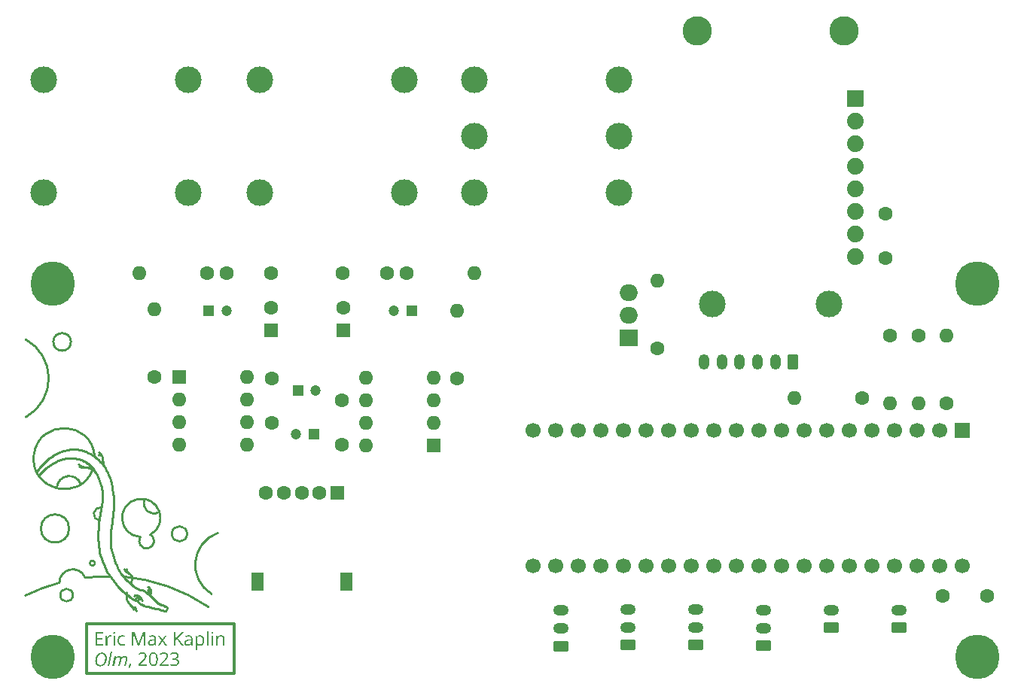
<source format=gts>
G04 #@! TF.GenerationSoftware,KiCad,Pcbnew,7.0.6*
G04 #@! TF.CreationDate,2023-10-03T18:05:15-04:00*
G04 #@! TF.ProjectId,pcb,7063622e-6b69-4636-9164-5f7063625858,1.0*
G04 #@! TF.SameCoordinates,Original*
G04 #@! TF.FileFunction,Soldermask,Top*
G04 #@! TF.FilePolarity,Negative*
%FSLAX46Y46*%
G04 Gerber Fmt 4.6, Leading zero omitted, Abs format (unit mm)*
G04 Created by KiCad (PCBNEW 7.0.6) date 2023-10-03 18:05:15*
%MOMM*%
%LPD*%
G01*
G04 APERTURE LIST*
G04 Aperture macros list*
%AMRoundRect*
0 Rectangle with rounded corners*
0 $1 Rounding radius*
0 $2 $3 $4 $5 $6 $7 $8 $9 X,Y pos of 4 corners*
0 Add a 4 corners polygon primitive as box body*
4,1,4,$2,$3,$4,$5,$6,$7,$8,$9,$2,$3,0*
0 Add four circle primitives for the rounded corners*
1,1,$1+$1,$2,$3*
1,1,$1+$1,$4,$5*
1,1,$1+$1,$6,$7*
1,1,$1+$1,$8,$9*
0 Add four rect primitives between the rounded corners*
20,1,$1+$1,$2,$3,$4,$5,0*
20,1,$1+$1,$4,$5,$6,$7,0*
20,1,$1+$1,$6,$7,$8,$9,0*
20,1,$1+$1,$8,$9,$2,$3,0*%
G04 Aperture macros list end*
%ADD10C,0.250000*%
%ADD11C,0.300000*%
%ADD12C,0.150000*%
%ADD13R,1.200000X1.200000*%
%ADD14C,1.200000*%
%ADD15C,5.000000*%
%ADD16RoundRect,0.250000X0.625000X-0.350000X0.625000X0.350000X-0.625000X0.350000X-0.625000X-0.350000X0*%
%ADD17O,1.750000X1.200000*%
%ADD18C,1.600000*%
%ADD19O,1.600000X1.600000*%
%ADD20RoundRect,0.250000X0.350000X0.625000X-0.350000X0.625000X-0.350000X-0.625000X0.350000X-0.625000X0*%
%ADD21O,1.200000X1.750000*%
%ADD22R,1.600000X1.600000*%
%ADD23C,3.301600*%
%ADD24C,3.001600*%
%ADD25RoundRect,0.050800X-0.889000X-0.889000X0.889000X-0.889000X0.889000X0.889000X-0.889000X0.889000X0*%
%ADD26C,1.879600*%
%ADD27C,3.000000*%
%ADD28R,1.700000X1.700000*%
%ADD29C,1.700000*%
%ADD30R,1.400000X2.000000*%
%ADD31R,2.000000X1.905000*%
%ADD32O,2.000000X1.905000*%
G04 APERTURE END LIST*
D10*
X76201563Y-128879964D02*
X76231142Y-128894512D01*
X77525292Y-129087324D02*
X77525320Y-129057316D01*
X78955779Y-131264173D02*
X78922773Y-131255459D01*
X74534318Y-126581302D02*
X74529984Y-126560350D01*
X74820168Y-126681741D02*
X74819733Y-126660393D01*
X74527089Y-126539020D02*
X74525699Y-126517315D01*
X72043126Y-117570159D02*
X71995854Y-117351584D01*
X76932863Y-129151226D02*
X76986352Y-129192369D01*
X73265961Y-117959589D02*
X73323981Y-118589862D01*
X78353571Y-131078731D02*
X78162276Y-131030956D01*
X76354278Y-128932269D02*
X76521316Y-128944313D01*
X75538816Y-130848823D02*
X75591265Y-130853245D01*
X77348431Y-128969543D02*
X77337592Y-128961444D01*
X72124388Y-114308095D02*
X72115815Y-114233478D01*
X70727239Y-115250518D02*
X70647787Y-115215586D01*
X74784226Y-129574398D02*
X74781743Y-129691287D01*
X71936337Y-113730150D02*
X71907535Y-113682122D01*
X78116157Y-130216383D02*
X78246776Y-130332736D01*
X70726753Y-113630883D02*
X70976095Y-113781225D01*
X73020920Y-123869905D02*
X73054588Y-124136982D01*
X79206339Y-131278058D02*
X79187544Y-131283750D01*
X76284658Y-128915710D02*
X76309055Y-128922961D01*
X72046894Y-114743852D02*
X72223208Y-114974488D01*
X70195931Y-113377033D02*
X70466571Y-113495958D01*
X71214217Y-113946405D02*
X71440738Y-114125838D01*
X77379199Y-128996933D02*
X77358953Y-128978160D01*
X67453080Y-114247705D02*
X67133000Y-114366207D01*
X74920321Y-126945988D02*
X74903845Y-126919487D01*
X79239948Y-131261083D02*
X79223801Y-131270526D01*
X69432152Y-114808075D02*
X69415050Y-114785813D01*
X76317763Y-129764803D02*
X76265493Y-129706196D01*
X71440738Y-114125838D02*
X71655279Y-114318945D01*
X71380455Y-115794829D02*
X71261910Y-115594784D01*
X68764878Y-129518426D02*
G75*
G03*
X68764878Y-129518426I-707107J0D01*
G01*
X73054588Y-124136982D02*
X73101193Y-124409078D01*
X74813503Y-129986251D02*
X74825376Y-130029860D01*
X71269713Y-115608409D02*
X71191226Y-115545195D01*
X71833795Y-113730252D02*
X71816593Y-113725269D01*
X71668256Y-124033802D02*
X71631837Y-123723637D01*
X69927158Y-115083506D02*
X69890862Y-115089559D01*
X78829035Y-130646347D02*
X79000015Y-130706487D01*
X77474902Y-129367681D02*
X77495438Y-129289930D01*
X79167401Y-131287676D02*
X79145894Y-131289907D01*
X76316972Y-129915785D02*
X76306763Y-129916895D01*
X75952538Y-129518161D02*
X75922166Y-129513768D01*
X75238284Y-127194415D02*
X75199033Y-127155627D01*
X65530397Y-114625052D02*
X65803181Y-114380416D01*
X71887312Y-113749971D02*
X71851189Y-113736132D01*
X71864197Y-124998350D02*
X71783346Y-124671011D01*
X74825376Y-130029860D02*
X74839347Y-130072536D01*
X76244762Y-129934749D02*
X76234407Y-129939530D01*
X81612171Y-122618426D02*
G75*
G03*
X81612171Y-122618426I-854400J0D01*
G01*
X71734639Y-113483025D02*
X71719591Y-113473124D01*
X71773178Y-113717749D02*
X71764234Y-113717245D01*
X78162276Y-131030956D02*
X77704711Y-130926108D01*
X71855548Y-116898412D02*
X71772903Y-116666316D01*
X70091994Y-114474804D02*
X69980377Y-114417405D01*
X77314796Y-128946823D02*
X77302760Y-128940310D01*
X76554205Y-130147053D02*
X76510443Y-130060070D01*
X74785357Y-129797586D02*
X74795725Y-129895254D01*
D11*
X70327000Y-132772000D02*
X86868000Y-132772000D01*
X86868000Y-138303000D01*
X70327000Y-138303000D01*
X70327000Y-132772000D01*
D10*
X72098255Y-118013148D02*
X72076896Y-117790632D01*
X79280654Y-131220555D02*
X79268358Y-131236169D01*
X76371241Y-130524791D02*
X76347204Y-130508553D01*
X71995854Y-117351584D02*
X71933993Y-117134758D01*
X71214206Y-113946406D02*
G75*
G03*
X71025278Y-115298824I-3428035J-210520D01*
G01*
X72158807Y-125882989D02*
X72077950Y-125671233D01*
X79017324Y-131278185D02*
X78987290Y-131271772D01*
X77516625Y-129182795D02*
X77474925Y-129120344D01*
X78545508Y-130530402D02*
X78614815Y-130561573D01*
X76794257Y-129055267D02*
X76837046Y-129082976D01*
X77249427Y-128919681D02*
X77234596Y-128915903D01*
X76641599Y-130648801D02*
X76543312Y-130611350D01*
X69042727Y-114118313D02*
X68855351Y-114092993D01*
X76376459Y-129920905D02*
X76366811Y-129918617D01*
X74986468Y-127012138D02*
X74915429Y-126974244D01*
X79254795Y-131249654D02*
X79239948Y-131261083D01*
X76413619Y-129936012D02*
X76404566Y-129931329D01*
X76521316Y-128944313D02*
X76544435Y-128947943D01*
X74827601Y-126743206D02*
X74824037Y-126722970D01*
X68066387Y-113199677D02*
X68265501Y-113160717D01*
X79145894Y-131289907D02*
X79123006Y-131290516D01*
X79263004Y-130810945D02*
X79277998Y-130821838D01*
X77168083Y-128906452D02*
X77149457Y-128905527D01*
X79317487Y-131135353D02*
X79310099Y-131160210D01*
X74409190Y-129097476D02*
X74134093Y-128838416D01*
X70220370Y-115102204D02*
X70126398Y-115091843D01*
X75154480Y-127117878D02*
X75104371Y-127081296D01*
X77216217Y-129142409D02*
X77203103Y-129140196D01*
X75983914Y-129771355D02*
X75953861Y-129779412D01*
X76975788Y-130750336D02*
X76760091Y-130688076D01*
X74819733Y-126660393D02*
X74820211Y-126638319D01*
X77400485Y-128747546D02*
X77378735Y-128723872D01*
X76224076Y-129944810D02*
X76213780Y-129950582D01*
X73161865Y-124686839D02*
X73237735Y-124970908D01*
X69695433Y-115092478D02*
X69649643Y-115085750D01*
X75048451Y-127046007D02*
X74986468Y-127012138D01*
X75701948Y-129551342D02*
X75669494Y-129567084D01*
X77202858Y-128910036D02*
X77185870Y-128907956D01*
X65529355Y-115421538D02*
X65322248Y-115615271D01*
X75854795Y-131232848D02*
X75859548Y-131260518D01*
X72032585Y-113894230D02*
X72004031Y-113835899D01*
X70302517Y-114599723D02*
X70199333Y-114535607D01*
X76213780Y-129950582D02*
X76203530Y-129956839D01*
X75415192Y-130828348D02*
X75529195Y-130993836D01*
X76544435Y-128947943D02*
X76568819Y-128953046D01*
X69611207Y-114954559D02*
X69575019Y-114930445D01*
X74686229Y-129335973D02*
X74409190Y-129097476D01*
X76568819Y-128953046D02*
X76594698Y-128959924D01*
X71745895Y-113717391D02*
X71736453Y-113718080D01*
X77211562Y-130810972D02*
X76975788Y-130750336D01*
X71851457Y-113594098D02*
X71835249Y-113573327D01*
X73556874Y-125853070D02*
X73671598Y-126124315D01*
X76211706Y-129654489D02*
X76184263Y-129631351D01*
X75326759Y-127315756D02*
X75301893Y-127274606D01*
X73329933Y-125261930D02*
X73439589Y-125560550D01*
X75557299Y-131108944D02*
X75556501Y-131120109D01*
X68855351Y-114092993D02*
X68670431Y-114078833D01*
X69913773Y-115082974D02*
X69899530Y-115081417D01*
X71686528Y-113453287D02*
X71668406Y-113443334D01*
X75552813Y-131051006D02*
X75554624Y-131059801D01*
X71764234Y-113717245D02*
X71755148Y-113717119D01*
X70993347Y-115221128D02*
X70841342Y-115048958D01*
X75272486Y-127234117D02*
X75238284Y-127194415D01*
X70841342Y-115048958D02*
X70676198Y-114887520D01*
X76183214Y-129970786D02*
X76163215Y-129986597D01*
X66757424Y-113713573D02*
X66933423Y-113618533D01*
X76837046Y-129082976D02*
X76883171Y-129114862D01*
X72188083Y-114920175D02*
X72175485Y-114845861D01*
X77520864Y-128999911D02*
X77516319Y-128972380D01*
X77510842Y-129217647D02*
X77520874Y-129150293D01*
X76543312Y-130611350D02*
X76462983Y-130575584D01*
X75841814Y-131183546D02*
X75848867Y-131207231D01*
X76258764Y-128906327D02*
X76284658Y-128915710D01*
X77302760Y-128940310D02*
X77290245Y-128934334D01*
X75766149Y-129527894D02*
X75734169Y-129538296D01*
X71719591Y-113473124D02*
X71703571Y-113463214D01*
X69081366Y-113115086D02*
X69288822Y-113134241D01*
X68308358Y-114081874D02*
X68131402Y-114098016D01*
X71782003Y-113718612D02*
X71773178Y-113717749D01*
X77337592Y-128961444D02*
X77326393Y-128953869D01*
X74820211Y-126638319D02*
X74821536Y-126615341D01*
X72244932Y-126090896D02*
X72158807Y-125882989D01*
X75703424Y-130874298D02*
X75713597Y-130878633D01*
X71674479Y-113732037D02*
X71663041Y-113736181D01*
X66418873Y-113919861D02*
X66585816Y-113814216D01*
X77438445Y-128795203D02*
X77420378Y-128771300D01*
X79277998Y-130821838D02*
X79291173Y-130833400D01*
X76328197Y-129791865D02*
X76255785Y-129779326D01*
X76156464Y-129610091D02*
X76128316Y-129590761D01*
X76265497Y-129926709D02*
X76255129Y-129930473D01*
X75860567Y-129512046D02*
X75829356Y-129514821D01*
X68488067Y-114075303D02*
X68308358Y-114081874D01*
X75508861Y-129922640D02*
X75238079Y-129749098D01*
X73319515Y-119753374D02*
X73275110Y-120296927D01*
X70676198Y-114887520D02*
X70496921Y-114737535D01*
X76355645Y-122963087D02*
G75*
G03*
X77472964Y-122691838I702126J-455339D01*
G01*
X74894671Y-130197416D02*
X74917856Y-130238809D01*
X74832338Y-126763427D02*
X74827601Y-126743206D01*
X75636240Y-130977076D02*
X75671325Y-130995885D01*
X67869758Y-113248455D02*
X68066387Y-113199677D01*
X79045896Y-131283338D02*
X79017324Y-131278185D01*
X79291699Y-131202739D02*
X79280654Y-131220555D01*
X73338819Y-119186071D02*
X73319515Y-119753374D01*
X74889065Y-126894393D02*
X74875915Y-126870529D01*
X79000015Y-130706487D02*
X79131522Y-130751422D01*
X77342398Y-129190667D02*
X77332431Y-129184618D01*
X65998296Y-115032420D02*
X65754968Y-115225842D01*
X76071005Y-129558094D02*
X76041857Y-129544859D01*
X71703797Y-121425446D02*
X71782780Y-120896368D01*
X72081347Y-118926597D02*
X72108091Y-118464901D01*
X76327115Y-129915225D02*
X76316972Y-129915785D01*
X76013291Y-129765626D02*
X75983914Y-129771355D01*
X76398362Y-130541364D02*
X76371241Y-130524791D01*
X72223208Y-114974488D02*
X72386019Y-115216471D01*
X67618038Y-114198573D02*
X67453080Y-114247705D01*
X75394983Y-127611679D02*
X75394800Y-127569446D01*
X72115815Y-114233478D02*
X72105282Y-114160593D01*
X73785774Y-126376347D02*
X73901414Y-126611223D01*
X70805500Y-115289516D02*
X70727239Y-115250518D01*
X76128316Y-129590761D02*
X76099827Y-129573412D01*
X77361335Y-129203657D02*
X77352035Y-129197016D01*
X77203103Y-129140196D02*
X77189746Y-129138380D01*
X76417506Y-129901087D02*
X76368455Y-129829903D01*
X71655279Y-114318945D02*
X71857458Y-114525144D01*
X75615604Y-130855473D02*
X75638860Y-130858272D01*
X76265493Y-129706196D02*
X76238786Y-129679454D01*
X74691267Y-126818058D02*
X74657889Y-126786063D01*
X77352035Y-129197016D02*
X77342398Y-129190667D01*
X76255129Y-129930473D02*
X76244762Y-129934749D01*
X76129345Y-129761947D02*
X76100020Y-129760386D01*
X79338108Y-130967724D02*
X79335760Y-131018325D01*
X67675886Y-113306448D02*
X67869758Y-113248455D01*
X71987821Y-113808242D02*
X71970231Y-113781658D01*
X75488126Y-130891264D02*
X75525494Y-130916255D01*
X72056439Y-113956258D02*
X72032585Y-113894230D01*
X69835360Y-115065856D02*
X69799920Y-115053119D01*
X75791855Y-130939882D02*
X75801491Y-130951647D01*
X75848867Y-131207231D02*
X75854795Y-131232848D01*
X75448763Y-130835971D02*
X75480471Y-130841645D01*
X67485045Y-113373054D02*
X67675886Y-113306448D01*
X77229082Y-129145012D02*
X77216217Y-129142409D01*
X69575019Y-114930445D02*
X69540634Y-114905721D01*
X73027310Y-122336756D02*
X72993020Y-122838900D01*
X76275856Y-129923462D02*
X76265497Y-129926709D01*
X78363873Y-130423974D02*
X78421829Y-130462555D01*
X75199033Y-127155627D02*
X75154480Y-127117878D01*
X75373144Y-127775839D02*
X75381482Y-127735768D01*
X71762038Y-113502842D02*
X71748770Y-113492928D01*
X77311536Y-129173451D02*
X77300622Y-129168350D01*
X76124528Y-130023610D02*
X76106019Y-130044708D01*
X77185870Y-128907956D02*
X77168083Y-128906452D01*
X72534946Y-115469219D02*
X72669610Y-115732151D01*
X77422704Y-129266306D02*
X77416368Y-129257626D01*
X70882922Y-115332572D02*
X70805500Y-115289516D01*
X75537815Y-131009818D02*
X75541580Y-131017828D01*
X69497130Y-113166826D02*
X69706018Y-113213441D01*
X75857003Y-129819577D02*
X75821600Y-129838972D01*
X71685064Y-116439189D02*
X71591039Y-116217752D01*
X71797198Y-113532741D02*
X71786198Y-113522739D01*
X76594698Y-128959924D02*
X76622302Y-128968875D01*
X77149457Y-128905527D02*
X77129952Y-128905187D01*
X75547977Y-131034103D02*
X75550594Y-131042455D01*
X77395012Y-129232974D02*
X77387135Y-129225248D01*
X74795725Y-129895254D02*
X74803647Y-129941464D01*
X75734169Y-129538296D02*
X75701948Y-129551342D01*
X75550594Y-131042455D02*
X75552813Y-131051006D01*
X71748770Y-113492928D02*
X71734639Y-113483025D01*
X71718396Y-124349544D02*
X71668256Y-124033802D01*
X75753204Y-130902653D02*
X75762915Y-130910590D01*
X75556501Y-131120109D02*
X75555239Y-131131820D01*
X77263618Y-128924015D02*
X77249427Y-128919681D01*
X70401672Y-114667062D02*
X70302517Y-114599723D01*
X79098721Y-131289576D02*
X79073023Y-131287159D01*
X73275110Y-120296927D02*
X73147164Y-121333405D01*
X78987290Y-131271772D02*
X78955779Y-131264173D01*
X69762977Y-115037567D02*
X69725084Y-115019567D01*
X75363882Y-127399531D02*
X75347337Y-127357439D01*
X75480471Y-130841645D02*
X75510445Y-130845789D01*
X63499999Y-109473999D02*
G75*
G03*
X63448942Y-100734616I-2442228J4355573D01*
G01*
X76177210Y-130306669D02*
X76152825Y-130280138D01*
X76857772Y-118718426D02*
G75*
G03*
X78477944Y-120148686I999999J-500000D01*
G01*
X76286194Y-129920740D02*
X76275856Y-129923462D01*
X71851189Y-113736132D02*
X71833795Y-113730252D01*
X72386019Y-115216471D02*
X72534946Y-115469219D01*
X76255785Y-129779326D02*
X76190207Y-129768814D01*
X76651862Y-128980202D02*
X76683607Y-128994204D01*
X75301893Y-127274606D02*
X75272486Y-127234117D01*
X74873913Y-130156069D02*
X74894671Y-130197416D01*
X75803394Y-131105678D02*
X75814427Y-131122858D01*
X78246776Y-130332736D02*
X78306119Y-130381018D01*
X75762915Y-130910590D02*
X75772584Y-130919406D01*
X75544970Y-131025909D02*
X75547977Y-131034103D01*
X71952959Y-119884530D02*
X72026732Y-119399414D01*
X71640500Y-121971534D02*
X71703797Y-121425446D01*
X75394800Y-127569446D02*
X75391852Y-127526988D01*
X75392655Y-127653562D02*
X75394983Y-127611679D01*
X74801424Y-126903952D02*
X74763567Y-126877025D01*
X77516319Y-128972380D02*
X77510190Y-128945540D01*
X75200531Y-130601038D02*
X75301204Y-130709211D01*
X75863072Y-131290363D02*
X75865318Y-131322506D01*
X76169796Y-128862382D02*
X76201563Y-128879964D01*
X77439263Y-129293626D02*
X77434159Y-129284315D01*
X74547035Y-126622063D02*
X74540024Y-126601874D01*
X73597782Y-128260780D02*
X73340597Y-127943291D01*
X67113541Y-113529698D02*
X67297505Y-113447671D01*
X66100066Y-114143747D02*
X66256865Y-114029905D01*
X67786143Y-114156895D02*
X67618038Y-114198573D01*
X71191226Y-115545195D02*
X71113655Y-115485996D01*
X76337182Y-129915222D02*
X76327115Y-129915225D01*
X76332185Y-128928381D02*
X76354278Y-128932269D01*
X74612785Y-126734996D02*
X74599340Y-126717164D01*
X71962035Y-125331709D02*
X71864197Y-124998350D01*
X77443942Y-129303132D02*
X77439263Y-129293626D01*
X77420378Y-128771300D02*
X77400485Y-128747546D01*
X77322141Y-129178877D02*
X77311536Y-129173451D01*
X71703571Y-113463214D02*
X71686528Y-113453287D01*
X68265501Y-113160717D02*
X68466828Y-113132175D01*
X73147164Y-121333405D02*
X73027310Y-122336756D01*
X70126398Y-115091843D02*
X70028778Y-115085608D01*
X69232463Y-114155322D02*
X69042727Y-114118313D01*
X77370289Y-129210582D02*
X77361335Y-129203657D01*
X75723645Y-130883583D02*
X75733585Y-130889202D01*
X71133205Y-115403311D02*
X70993347Y-115221128D01*
X73323981Y-118589862D02*
X73338819Y-119186071D01*
X72993020Y-122838900D02*
X72987876Y-123348230D01*
X76135612Y-128841467D02*
X76169796Y-128862382D01*
X70311044Y-115116681D02*
X70220370Y-115102204D01*
X75953861Y-129779412D02*
X75922868Y-129790000D01*
X68670096Y-113114655D02*
X68875033Y-113108758D01*
X72108091Y-118464901D02*
X72098255Y-118013148D01*
X76276281Y-130446600D02*
X76252022Y-130417182D01*
X76081502Y-130227423D02*
X76030069Y-130200962D01*
X65754968Y-115225842D02*
X65529355Y-115421538D01*
X75388070Y-127694967D02*
X75392655Y-127653562D01*
X77266107Y-129155075D02*
X77254034Y-129151353D01*
X71774496Y-113512775D02*
X71762038Y-113502842D01*
X76030069Y-130200962D02*
X75773529Y-130073443D01*
X75556021Y-131068883D02*
X75556995Y-131078295D01*
X74864330Y-126847716D02*
X74854246Y-126825778D01*
X79131522Y-130751422D02*
X79183649Y-130771135D01*
X77289408Y-129163582D02*
X77277900Y-129159154D01*
X76306763Y-129916895D02*
X76296500Y-129918549D01*
X77329546Y-128676499D02*
X77272569Y-128628637D01*
X74726671Y-126848386D02*
X74691267Y-126818058D01*
X69799920Y-115053119D02*
X69762977Y-115037567D01*
X68875033Y-113108758D02*
X69081366Y-113115086D01*
X79291173Y-130833400D02*
X79302586Y-130845781D01*
X71799392Y-113721338D02*
X71782003Y-113718612D01*
X72976554Y-127401791D02*
G75*
G03*
X70136489Y-127527547I-518783J-20416635D01*
G01*
X75381482Y-127735768D02*
X75388070Y-127694967D01*
X75736271Y-131037160D02*
X75751118Y-131048953D01*
X77481992Y-128868483D02*
X77469222Y-128843727D01*
X76307260Y-130477011D02*
X76276281Y-130446600D01*
X70959854Y-115379676D02*
X70882922Y-115332572D01*
X71668406Y-113443334D02*
X71649152Y-113433344D01*
X65803181Y-114380416D02*
X66100066Y-114143747D01*
X79227319Y-130790583D02*
X79263004Y-130810945D01*
X77234596Y-128915903D02*
X77219086Y-128912687D01*
X74971834Y-130322717D02*
X75036501Y-130409751D01*
X75791495Y-131089819D02*
X75803394Y-131105678D01*
X69864358Y-114363499D02*
X69743812Y-114313176D01*
X69915212Y-113274689D02*
X70195931Y-113377033D01*
X77105640Y-129290192D02*
X77171900Y-129347473D01*
X79312297Y-130859127D02*
X79320365Y-130873586D01*
X68547720Y-101018426D02*
G75*
G03*
X68547720Y-101018426I-989949J0D01*
G01*
X76184263Y-129631351D02*
X76156464Y-129610091D01*
X75982616Y-129524841D02*
X75952538Y-129518161D01*
X75238079Y-129749098D02*
X74963197Y-129553361D01*
X76159319Y-129764824D02*
X76129345Y-129761947D01*
X79187544Y-131283750D02*
X79167401Y-131287676D01*
X69618615Y-114266527D02*
X69424458Y-114204550D01*
X74803647Y-129941464D02*
X74813503Y-129986251D01*
X72987876Y-123348230D02*
X73020920Y-123869905D01*
X71880388Y-113636972D02*
X71866360Y-113615288D01*
X76309055Y-128922961D02*
X76332185Y-128928381D01*
X78852216Y-131234979D02*
X78775489Y-131210912D01*
X74920880Y-127948058D02*
X75120660Y-128119853D01*
X69556206Y-115071085D02*
X69530748Y-115068163D01*
X78775489Y-131210912D02*
X78692463Y-131183837D01*
X74855499Y-130114524D02*
X74873913Y-130156069D01*
X74738660Y-127775588D02*
X74920880Y-127948058D01*
X71947691Y-113773620D02*
X71926485Y-113765557D01*
X68131402Y-114098016D02*
X67957298Y-114123200D01*
X76152825Y-130280138D02*
X76121672Y-130253769D01*
X79335294Y-130925110D02*
X79338108Y-130967724D01*
X76395348Y-129927255D02*
X76385976Y-129923782D01*
X74854246Y-126825778D02*
X74845596Y-126804535D01*
X70976095Y-113781225D02*
X71214217Y-113946405D01*
X76100020Y-129760386D02*
X76071079Y-129760344D01*
X79123006Y-131290516D02*
X79098721Y-131289576D01*
X74824037Y-126722970D02*
X74821581Y-126702541D01*
X77525320Y-129057316D02*
X77523854Y-129028201D01*
X69649643Y-115085750D02*
X69604017Y-115078164D01*
X71866360Y-113615288D02*
X71851457Y-113594098D01*
X78614815Y-130561573D02*
X78727565Y-130607629D01*
X76462983Y-130575584D02*
X76428849Y-130558289D01*
X74877887Y-126952584D02*
X74839708Y-126929146D01*
X76296500Y-129918549D02*
X76286194Y-129920740D01*
X77499888Y-129640460D02*
X77757041Y-129877863D01*
X77290245Y-128934334D02*
X77277211Y-128928901D01*
X75469590Y-130877335D02*
X75488126Y-130891264D01*
X77428637Y-129275206D02*
X77422704Y-129266306D01*
X75554624Y-131059801D02*
X75556021Y-131068883D01*
X77502445Y-128919322D02*
X77493056Y-128893659D01*
X71601600Y-122535810D02*
X71640500Y-121971534D01*
X77277900Y-129159154D02*
X77266107Y-129155075D01*
X74917856Y-130238809D02*
X74971834Y-130322717D01*
X69826021Y-115096586D02*
X69796888Y-115097900D01*
X74540024Y-126601874D02*
X74534318Y-126581302D01*
X66256865Y-114029905D02*
X66418873Y-113919861D01*
X79323689Y-131108004D02*
X79317487Y-131135353D01*
X79073023Y-131287159D02*
X79045896Y-131283338D01*
X67257773Y-128118434D02*
G75*
G03*
X63439297Y-129553503I5299998J-19900092D01*
G01*
X77241690Y-129147996D02*
X77229082Y-129145012D01*
X75340170Y-127890406D02*
X75363310Y-127815054D01*
X77436455Y-129065221D02*
X77417630Y-129040501D01*
X75562911Y-130938237D02*
X75636240Y-130977076D01*
X71857458Y-114525144D02*
X72046894Y-114743852D01*
X71989853Y-119641929D02*
G75*
G03*
X71749135Y-121139445I-121982J-748497D01*
G01*
X77171900Y-129347473D02*
X77499888Y-129640460D01*
X64878433Y-115358603D02*
X65065844Y-115118961D01*
X72092240Y-114089833D02*
X72076141Y-114021590D01*
X70136489Y-127527547D02*
G75*
G03*
X67257771Y-128118426I-1378718J-590879D01*
G01*
X74839708Y-126929146D02*
X74801424Y-126903952D01*
X74555285Y-126641867D02*
X74547035Y-126622063D01*
X75555239Y-131131820D02*
X75553507Y-131144121D01*
X73671598Y-126124315D02*
X73785774Y-126376347D01*
X71926485Y-113765557D02*
X71887312Y-113749971D01*
X72165306Y-114770133D02*
X72150019Y-114616010D01*
X72858236Y-127253692D02*
X72637089Y-126882669D01*
X75890671Y-129803321D02*
X75857003Y-129819577D01*
X77332431Y-129184618D02*
X77322141Y-129178877D01*
X68466828Y-113132175D02*
X68670096Y-113114655D01*
X65283892Y-114872838D02*
X65530397Y-114625052D01*
X72637089Y-126882669D02*
X72431983Y-126494889D01*
X73439589Y-125560550D02*
X73556874Y-125853070D01*
X72105282Y-114160593D02*
X72092240Y-114089833D01*
X78481777Y-130497714D02*
X78545508Y-130530402D01*
X71706749Y-113722838D02*
X71696309Y-113725385D01*
X69657769Y-117018426D02*
G75*
G03*
X66968474Y-117419190I-1299998J-500000D01*
G01*
X66933423Y-113618533D02*
X67113541Y-113529698D01*
X70496921Y-114737535D02*
X70401672Y-114667062D01*
X76163215Y-129986597D02*
X76143623Y-130004223D01*
X70647787Y-115215586D02*
X70566792Y-115184727D01*
X76357041Y-129916912D02*
X76347161Y-129915782D01*
X79223801Y-131270526D02*
X79206339Y-131278058D01*
X76252022Y-130417182D02*
X76177210Y-130306669D01*
X69453812Y-114831564D02*
X69432152Y-114808075D01*
X78692463Y-131183837D02*
X78506996Y-131122986D01*
X85057771Y-122518428D02*
G75*
G03*
X84357650Y-129381783I1300000J-3599998D01*
G01*
X78306119Y-130381018D02*
X78363873Y-130423974D01*
X74903845Y-126919487D02*
X74889065Y-126894393D01*
X79302586Y-130845781D02*
X79312297Y-130859127D01*
X79301508Y-131182648D02*
X79291699Y-131202739D01*
X69288822Y-113134241D02*
X69497130Y-113166826D01*
X71933993Y-117134758D02*
X71855548Y-116898412D01*
X69899530Y-115081417D02*
X69868747Y-115075412D01*
X75772584Y-130919406D02*
X75782225Y-130929152D01*
X74963197Y-129553361D02*
X74686229Y-129335973D01*
X76203530Y-129956839D02*
X76183214Y-129970786D01*
X76012392Y-129533758D02*
X75982616Y-129524841D01*
X74586801Y-126698932D02*
X74575234Y-126680304D01*
X79326848Y-130889304D02*
X79331805Y-130906430D01*
X67957298Y-114123200D02*
X67786143Y-114156895D01*
X66585816Y-113814216D02*
X66757424Y-113713573D01*
X77417630Y-129040501D02*
X77398652Y-129017726D01*
X74804862Y-129301008D02*
X74792151Y-129444958D01*
X75221005Y-128172770D02*
X75314092Y-127960814D01*
X76883171Y-129114862D02*
X76932863Y-129151226D01*
X74838315Y-126783811D02*
X74832338Y-126763427D01*
X74564707Y-126661281D02*
X74555285Y-126641867D01*
X74575234Y-126680304D02*
X74564707Y-126661281D01*
X65065844Y-115118961D02*
X65283892Y-114872838D01*
X75591265Y-130853245D02*
X75615604Y-130855473D01*
X76121672Y-130253769D02*
X76102854Y-130240601D01*
X74418849Y-127420381D02*
X74571987Y-127600382D01*
X71631837Y-123723637D02*
X71595809Y-123119452D01*
X75922166Y-129513768D02*
X75891506Y-129511712D01*
X73078186Y-116939032D02*
X73155717Y-117290096D01*
X75713597Y-130878633D02*
X75723645Y-130883583D01*
X74145133Y-127037752D02*
X74277235Y-127233524D01*
X77460697Y-129353281D02*
X77458256Y-129342929D01*
X72789628Y-116004684D02*
X72894621Y-116286237D01*
X76042258Y-129762024D02*
X76013291Y-129765626D01*
X69857248Y-115093863D02*
X69826021Y-115096586D01*
X73340597Y-127943291D02*
X73093410Y-127607414D01*
X77043868Y-129238591D02*
X77105640Y-129290192D01*
X75451221Y-130862287D02*
X75469590Y-130877335D01*
X68338910Y-122018426D02*
G75*
G03*
X68338910Y-122018426I-1581139J0D01*
G01*
X75704807Y-131015588D02*
X75736271Y-131037160D01*
X75824543Y-131141481D02*
X75833689Y-131161669D01*
X75301204Y-130709211D02*
X75415192Y-130828348D01*
X72004031Y-113835899D02*
X71987821Y-113808242D01*
X69980377Y-114417405D02*
X69864358Y-114363499D01*
X69868747Y-115075412D02*
X69835360Y-115065856D01*
X79310099Y-131160210D02*
X79301508Y-131182648D01*
X75782225Y-130929152D02*
X75791855Y-130939882D01*
X76986352Y-129192369D02*
X77043868Y-129238591D01*
X71591039Y-116217752D02*
X71489834Y-116002725D01*
X71816593Y-113725269D02*
X71799392Y-113721338D01*
X77757041Y-129877863D02*
X78116157Y-130216383D01*
X76231142Y-128894512D02*
X76258764Y-128906327D01*
X73093410Y-127607414D02*
X72858236Y-127253692D01*
X71736453Y-113718080D02*
X71726797Y-113719204D01*
X75845475Y-128651778D02*
X76135612Y-128841467D01*
X71970231Y-113781658D02*
X71947691Y-113773620D01*
X65322248Y-115615271D02*
X64966704Y-115979906D01*
X71261910Y-115594784D02*
X71133205Y-115403311D01*
X77493056Y-128893659D02*
X77481992Y-128868483D01*
X70466571Y-113495958D02*
X70726753Y-113630883D01*
X76422494Y-129941309D02*
X76413619Y-129936012D01*
X74839347Y-130072536D02*
X74855499Y-130114524D01*
X66534948Y-114669346D02*
X66258553Y-114845510D01*
X74821536Y-126615341D02*
X74823643Y-126591281D01*
X77254034Y-129151353D02*
X77241690Y-129147996D01*
X75036501Y-130409751D02*
X75112515Y-130501872D01*
X74781743Y-129691287D02*
X74785357Y-129797586D01*
X69686791Y-114999488D02*
X69648648Y-114977696D01*
X75797881Y-129520086D02*
X75766149Y-129527894D01*
X74627069Y-126752425D02*
X74612785Y-126734996D01*
X74792151Y-129444958D02*
X74784226Y-129574398D01*
X71782780Y-120896368D02*
X71952959Y-119884530D01*
X69927158Y-115083506D02*
X69913773Y-115082974D01*
X70028778Y-115085608D02*
X69927158Y-115083506D01*
X71696309Y-113725385D02*
X71685560Y-113728445D01*
X66826693Y-114508166D02*
X66534948Y-114669346D01*
X77495438Y-129289930D02*
X77510842Y-129217647D01*
X77451993Y-129322691D02*
X77448188Y-129312823D01*
X75773529Y-130073443D02*
X75508861Y-129922640D01*
X71783346Y-124671011D02*
X71718396Y-124349544D01*
X69604017Y-115078164D02*
X69556206Y-115071085D01*
X74020530Y-126831005D02*
X74145133Y-127037752D01*
X78421829Y-130462555D02*
X78481777Y-130497714D01*
X75376646Y-127441904D02*
X75363882Y-127399531D01*
X75922868Y-129790000D02*
X75890671Y-129803321D01*
X72150019Y-114616010D02*
X72124388Y-114308095D01*
X69479480Y-114855913D02*
X69453812Y-114831564D01*
X72984208Y-116576229D02*
X73078186Y-116939032D01*
X70483904Y-115157951D02*
X70398772Y-115135266D01*
X69508604Y-114880754D02*
X69479480Y-114855913D01*
X73101193Y-124409078D02*
X73161865Y-124686839D01*
X77523854Y-129028201D02*
X77520864Y-128999911D01*
X72077950Y-125671233D02*
X71962035Y-125331709D01*
X75580945Y-128469653D02*
X75845475Y-128651778D01*
X74821581Y-126702541D02*
X74820168Y-126681741D01*
X71595809Y-123119452D02*
X71601600Y-122535810D01*
X75385885Y-127484432D02*
X75376646Y-127441904D01*
X76717768Y-129011182D02*
X76754574Y-129031436D01*
X69719122Y-115095094D02*
X69695433Y-115092478D01*
X75314092Y-127960814D02*
X75340170Y-127890406D01*
X70566792Y-115184727D02*
X70483904Y-115157951D01*
X75751118Y-131048953D02*
X75765305Y-131061579D01*
X71489834Y-116002725D02*
X71380455Y-115794829D01*
X71036648Y-115430820D02*
X70959854Y-115379676D01*
X76071079Y-129760344D02*
X76042258Y-129762024D01*
X77469222Y-128843727D02*
X77454716Y-128819323D01*
X76234407Y-129939530D02*
X76224076Y-129944810D01*
X75557642Y-131098282D02*
X75557299Y-131108944D01*
X75120660Y-128119853D02*
X75340011Y-128293031D01*
X77378892Y-129217781D02*
X77370289Y-129210582D01*
X71970231Y-113781658D02*
X71952433Y-113755431D01*
X67297505Y-113447671D02*
X67485045Y-113373054D01*
X75671325Y-130995885D02*
X75704807Y-131015588D01*
X75778781Y-131075160D02*
X75791495Y-131089819D01*
X79331805Y-130906430D02*
X79335294Y-130925110D01*
X73862952Y-128559336D02*
X73597782Y-128260780D01*
X76102854Y-130240601D02*
X76081502Y-130227423D01*
X77704711Y-130926108D02*
X77211562Y-130810972D01*
X77272569Y-128628637D02*
X77207563Y-128579746D01*
X77358953Y-128978160D02*
X77348431Y-128969543D01*
X77457771Y-122718426D02*
G75*
G03*
X76355644Y-122963087I-1000000J1900000D01*
G01*
X79335760Y-131018325D02*
X79328720Y-131078091D01*
X78727565Y-130607629D02*
X78829035Y-130646347D01*
X69725084Y-115019567D02*
X69686791Y-114999488D01*
X74571987Y-127600382D02*
X74738660Y-127775588D01*
X68670431Y-114078833D02*
X68488067Y-114075303D01*
X70398772Y-115135266D02*
X70311044Y-115116681D01*
X77219086Y-128912687D02*
X77202858Y-128910036D01*
X77448188Y-129312823D02*
X77443942Y-129303132D01*
X75859548Y-131260518D02*
X75863072Y-131290363D01*
X75733585Y-130889202D02*
X75743432Y-130895541D01*
X75833689Y-131161669D02*
X75841814Y-131183546D01*
X76190207Y-129768814D02*
X76159319Y-129764824D01*
X75363310Y-127815054D02*
X75373144Y-127775839D01*
X72175485Y-114845861D02*
X72165306Y-114770133D01*
X76366811Y-129918617D02*
X76357041Y-129916912D01*
X77398652Y-129017726D02*
X77379199Y-128996933D01*
X84013810Y-130838940D02*
G75*
G03*
X74418849Y-127420383I-11456039J-16979486D01*
G01*
X75529195Y-130993836D02*
X75537815Y-131009818D01*
X76099827Y-129573412D02*
X76071005Y-129558094D01*
X75104371Y-127081296D02*
X75048451Y-127046007D01*
X78922773Y-131255459D02*
X78852216Y-131234979D01*
X76238786Y-129679454D02*
X76211706Y-129654489D01*
X77455446Y-129091847D02*
X77436455Y-129065221D01*
X75682640Y-130867264D02*
X75703424Y-130874298D01*
X75638860Y-130858272D02*
X75661162Y-130862062D01*
X72669610Y-115732151D02*
X72789628Y-116004684D01*
X69769556Y-115097975D02*
X69743732Y-115096983D01*
X79328720Y-131078091D02*
X79323689Y-131108004D01*
X71835249Y-113573327D02*
X71817306Y-113552900D01*
X76347161Y-129915782D02*
X76337182Y-129915222D01*
X77434159Y-129284315D02*
X77428637Y-129275206D01*
X76428849Y-130558289D02*
X76398362Y-130541364D01*
X76347204Y-130508553D02*
X76307260Y-130477011D01*
X72026732Y-119399414D02*
X72081347Y-118926597D01*
X71240614Y-125918426D02*
G75*
G03*
X71240614Y-125918426I-282843J0D01*
G01*
X78506996Y-131122986D02*
X78353571Y-131078731D01*
X75433071Y-130845999D02*
X75451221Y-130862287D01*
X74657889Y-126786063D02*
X74627069Y-126752425D01*
X75765305Y-131061579D02*
X75778781Y-131075160D01*
X77277211Y-128928901D02*
X77263618Y-128924015D01*
X77474925Y-129120344D02*
X77455446Y-129091847D01*
X75510445Y-130845789D02*
X75538816Y-130848823D01*
X76385976Y-129923782D02*
X76376459Y-129920905D01*
X76464856Y-129977945D02*
X76417506Y-129901087D01*
X73901414Y-126611223D02*
X74020530Y-126831005D01*
X75415192Y-130828348D02*
X75448763Y-130835971D01*
X75541580Y-131017828D02*
X75544970Y-131025909D01*
X77458256Y-129342929D02*
X77455352Y-129332729D01*
X77416368Y-129257626D02*
X77409635Y-129249171D01*
X75557538Y-131088080D02*
X75557642Y-131098282D01*
X77510190Y-128945540D02*
X77502445Y-128919322D01*
X75556995Y-131078295D02*
X75557538Y-131088080D01*
X76622302Y-128968875D02*
X76651862Y-128980202D01*
X77409635Y-129249171D02*
X77402514Y-129240951D01*
X76754574Y-129031436D02*
X76794257Y-129055267D01*
X77326393Y-128953869D02*
X77314796Y-128946823D01*
X72076896Y-117790632D02*
X72043126Y-117570159D01*
X73217932Y-117630067D02*
X73265961Y-117959589D01*
X76683607Y-128994204D02*
X76717768Y-129011182D01*
X75829356Y-129514821D02*
X75797881Y-129520086D01*
X74821703Y-129140589D02*
X74804862Y-129301008D01*
X76510443Y-130060070D02*
X76464856Y-129977945D01*
X73155717Y-117290096D02*
X73217932Y-117630067D01*
X76404566Y-129931329D02*
X76395348Y-129927255D01*
X75112515Y-130501872D02*
X75200531Y-130601038D01*
X76143623Y-130004223D02*
X76124528Y-130023610D01*
X71786198Y-113522739D02*
X71774496Y-113512775D01*
X64723836Y-115586949D02*
X64878433Y-115358603D01*
X71716904Y-113720784D02*
X71706749Y-113722838D01*
X72431983Y-126494889D02*
X72244932Y-126090896D01*
X73237735Y-124970908D02*
X73329933Y-125261930D01*
X76760091Y-130688076D02*
X76641599Y-130648801D01*
X71952433Y-113755431D02*
X71936337Y-113730150D01*
X75391852Y-127526988D02*
X75385885Y-127484432D01*
X69706018Y-113213441D02*
X69915212Y-113274689D01*
X72894621Y-116286237D02*
X72984208Y-116576229D01*
X77387135Y-129225248D02*
X77378892Y-129217781D01*
X76041857Y-129544859D02*
X76012392Y-129533758D01*
X77449477Y-129451444D02*
X77474902Y-129367681D01*
X79320365Y-130873586D02*
X79326848Y-130889304D01*
X71726797Y-113719204D02*
X71716904Y-113720784D01*
X77520874Y-129150293D02*
X77525292Y-129087324D01*
X71755148Y-113717119D02*
X71745895Y-113717391D01*
X69796888Y-115097900D02*
X69769556Y-115097975D01*
X74599340Y-126717164D02*
X74586801Y-126698932D01*
X69540634Y-114905721D02*
X69508604Y-114880754D01*
X75340011Y-128293031D02*
X75580945Y-128469653D01*
X69890862Y-115089559D02*
X69857248Y-115093863D01*
X67133000Y-114366207D02*
X66826693Y-114508166D01*
X71907535Y-113682122D02*
X71880388Y-113636972D01*
X69648648Y-114977696D02*
X69611207Y-114954559D01*
X75525494Y-130916255D02*
X75562911Y-130938237D01*
X75415192Y-130828348D02*
X75433071Y-130845999D01*
X74845596Y-126804535D02*
X74838315Y-126783811D01*
X74277235Y-127233524D02*
X74418849Y-127420381D01*
X74763567Y-126877025D02*
X74726671Y-126848386D01*
X79268358Y-131236169D02*
X79254795Y-131249654D01*
X71817306Y-113552900D02*
X71797198Y-113532741D01*
X75347337Y-127357439D02*
X75326759Y-127315756D01*
X77419404Y-129541760D02*
X77449477Y-129451444D01*
X74915429Y-126974244D02*
X74877887Y-126952584D01*
X69743732Y-115096983D02*
X69719122Y-115095094D01*
X77454716Y-128819323D02*
X77438445Y-128795203D01*
X76368455Y-129829903D02*
X76317763Y-129764803D01*
X74134093Y-128838416D02*
X73862952Y-128559336D01*
X77300622Y-129168350D02*
X77289408Y-129163582D01*
X75661162Y-130862062D02*
X75682640Y-130867264D01*
X71772903Y-116666316D02*
X71685064Y-116439189D01*
X77378735Y-128723872D02*
X77329546Y-128676499D01*
X66258553Y-114845510D02*
X65998296Y-115032420D01*
X72076141Y-114021590D02*
X72056439Y-113956258D01*
X70199333Y-114535607D02*
X70091994Y-114474804D01*
X69743812Y-114313176D02*
X69618615Y-114266527D01*
X77402514Y-129240951D02*
X77395012Y-129232974D01*
X74529984Y-126560350D02*
X74527089Y-126539020D01*
X69530748Y-115068163D02*
X69503864Y-115065880D01*
X71113655Y-115485996D02*
X71036648Y-115430820D01*
X75743432Y-130895541D02*
X75753204Y-130902653D01*
X77455352Y-129332729D02*
X77451993Y-129322691D01*
X69424458Y-114204550D02*
X69232463Y-114155322D01*
X75814427Y-131122858D02*
X75824543Y-131141481D01*
X71685560Y-113728445D02*
X71674479Y-113732037D01*
X75891506Y-129511712D02*
X75860567Y-129512046D01*
X74875915Y-126870529D02*
X74864330Y-126847716D01*
X79183649Y-130771135D02*
X79227319Y-130790583D01*
D12*
G36*
X72056815Y-135978077D02*
G01*
X72072335Y-135978537D01*
X72087638Y-135979302D01*
X72102725Y-135980374D01*
X72117594Y-135981752D01*
X72132247Y-135983437D01*
X72160902Y-135987724D01*
X72188690Y-135993237D01*
X72215611Y-135999975D01*
X72241664Y-136007937D01*
X72266850Y-136017125D01*
X72291169Y-136027538D01*
X72314621Y-136039176D01*
X72337205Y-136052038D01*
X72358922Y-136066126D01*
X72379772Y-136081439D01*
X72399755Y-136097977D01*
X72418870Y-136115740D01*
X72437118Y-136134728D01*
X72454420Y-136154805D01*
X72470606Y-136175835D01*
X72485676Y-136197819D01*
X72499629Y-136220755D01*
X72512466Y-136244644D01*
X72524187Y-136269487D01*
X72534791Y-136295283D01*
X72544280Y-136322032D01*
X72552652Y-136349734D01*
X72556419Y-136363942D01*
X72559907Y-136378389D01*
X72563117Y-136393074D01*
X72566047Y-136407997D01*
X72568698Y-136423159D01*
X72571070Y-136438559D01*
X72573163Y-136454197D01*
X72574977Y-136470073D01*
X72576512Y-136486188D01*
X72577768Y-136502541D01*
X72578744Y-136519132D01*
X72579442Y-136535961D01*
X72579861Y-136553029D01*
X72580000Y-136570335D01*
X72579919Y-136585840D01*
X72579674Y-136601304D01*
X72579266Y-136616729D01*
X72578695Y-136632113D01*
X72577961Y-136647458D01*
X72577064Y-136662762D01*
X72576003Y-136678026D01*
X72574780Y-136693250D01*
X72573393Y-136708434D01*
X72571843Y-136723578D01*
X72570130Y-136738682D01*
X72568254Y-136753746D01*
X72566214Y-136768770D01*
X72564012Y-136783754D01*
X72561646Y-136798697D01*
X72559117Y-136813601D01*
X72556471Y-136828393D01*
X72553662Y-136843093D01*
X72550690Y-136857702D01*
X72547554Y-136872219D01*
X72544255Y-136886645D01*
X72540793Y-136900979D01*
X72537168Y-136915221D01*
X72531425Y-136936413D01*
X72525315Y-136957399D01*
X72518837Y-136978179D01*
X72511992Y-136998752D01*
X72504781Y-137019120D01*
X72497202Y-137039281D01*
X72489325Y-137059117D01*
X72481080Y-137078643D01*
X72472469Y-137097860D01*
X72463491Y-137116767D01*
X72454145Y-137135366D01*
X72444433Y-137153656D01*
X72434353Y-137171636D01*
X72423906Y-137189308D01*
X72413092Y-137206670D01*
X72401911Y-137223723D01*
X72394254Y-137234920D01*
X72382529Y-137251400D01*
X72370438Y-137267455D01*
X72357980Y-137283085D01*
X72345155Y-137298290D01*
X72331963Y-137313069D01*
X72318403Y-137327424D01*
X72304477Y-137341354D01*
X72290183Y-137354858D01*
X72275523Y-137367938D01*
X72260495Y-137380593D01*
X72250272Y-137388793D01*
X72234633Y-137400697D01*
X72218626Y-137412093D01*
X72202253Y-137422980D01*
X72185512Y-137433358D01*
X72168404Y-137443227D01*
X72150929Y-137452588D01*
X72133087Y-137461439D01*
X72114878Y-137469782D01*
X72096302Y-137477617D01*
X72077358Y-137484942D01*
X72064526Y-137489543D01*
X72045033Y-137495959D01*
X72025160Y-137501745D01*
X72004907Y-137506899D01*
X71984275Y-137511422D01*
X71963262Y-137515314D01*
X71941869Y-137518575D01*
X71920097Y-137521204D01*
X71905371Y-137522607D01*
X71890476Y-137523729D01*
X71875412Y-137524570D01*
X71860179Y-137525131D01*
X71844778Y-137525412D01*
X71837013Y-137525447D01*
X71814568Y-137525166D01*
X71792569Y-137524325D01*
X71771016Y-137522922D01*
X71749910Y-137520959D01*
X71729251Y-137518434D01*
X71709038Y-137515349D01*
X71689271Y-137511702D01*
X71669951Y-137507495D01*
X71651078Y-137502727D01*
X71632651Y-137497397D01*
X71614670Y-137491507D01*
X71597136Y-137485055D01*
X71580049Y-137478043D01*
X71563408Y-137470469D01*
X71547214Y-137462335D01*
X71531466Y-137453639D01*
X71516180Y-137444386D01*
X71501372Y-137434669D01*
X71487043Y-137424488D01*
X71473191Y-137413843D01*
X71459817Y-137402735D01*
X71446921Y-137391163D01*
X71434504Y-137379127D01*
X71422564Y-137366628D01*
X71411102Y-137353665D01*
X71400118Y-137340238D01*
X71389613Y-137326348D01*
X71379585Y-137311994D01*
X71370035Y-137297176D01*
X71360963Y-137281895D01*
X71352369Y-137266150D01*
X71344254Y-137249941D01*
X71336667Y-137233319D01*
X71329570Y-137216333D01*
X71322963Y-137198983D01*
X71316845Y-137181270D01*
X71311216Y-137163194D01*
X71306077Y-137144754D01*
X71301428Y-137125951D01*
X71297267Y-137106784D01*
X71293596Y-137087254D01*
X71290415Y-137067360D01*
X71287723Y-137047102D01*
X71285521Y-137026482D01*
X71283808Y-137005497D01*
X71282584Y-136984149D01*
X71281850Y-136962438D01*
X71281605Y-136940363D01*
X71281628Y-136936333D01*
X71465886Y-136936333D01*
X71466060Y-136953130D01*
X71466579Y-136969632D01*
X71467445Y-136985839D01*
X71468657Y-137001752D01*
X71470216Y-137017370D01*
X71472120Y-137032693D01*
X71474372Y-137047721D01*
X71476969Y-137062454D01*
X71479913Y-137076892D01*
X71484978Y-137097997D01*
X71490822Y-137118439D01*
X71497446Y-137138217D01*
X71504848Y-137157332D01*
X71510217Y-137169707D01*
X71518879Y-137187583D01*
X71528244Y-137204668D01*
X71538311Y-137220960D01*
X71549080Y-137236460D01*
X71560550Y-137251168D01*
X71572723Y-137265083D01*
X71585598Y-137278207D01*
X71599174Y-137290539D01*
X71613453Y-137302078D01*
X71628433Y-137312825D01*
X71638810Y-137319550D01*
X71654988Y-137328913D01*
X71671783Y-137337355D01*
X71689197Y-137344875D01*
X71707229Y-137351475D01*
X71725879Y-137357154D01*
X71745148Y-137361912D01*
X71765034Y-137365750D01*
X71785539Y-137368666D01*
X71806662Y-137370661D01*
X71828404Y-137371736D01*
X71843242Y-137371940D01*
X71859746Y-137371670D01*
X71876013Y-137370858D01*
X71892041Y-137369506D01*
X71907831Y-137367613D01*
X71923382Y-137365178D01*
X71938695Y-137362203D01*
X71953770Y-137358687D01*
X71968607Y-137354629D01*
X71983205Y-137350031D01*
X71997565Y-137344892D01*
X72007006Y-137341166D01*
X72020966Y-137335180D01*
X72034681Y-137328762D01*
X72048152Y-137321913D01*
X72061377Y-137314633D01*
X72074358Y-137306921D01*
X72087094Y-137298778D01*
X72099586Y-137290203D01*
X72111832Y-137281196D01*
X72123834Y-137271759D01*
X72135592Y-137261889D01*
X72143294Y-137255070D01*
X72154706Y-137244458D01*
X72165860Y-137233505D01*
X72176756Y-137222210D01*
X72187395Y-137210574D01*
X72197776Y-137198597D01*
X72207900Y-137186278D01*
X72217766Y-137173618D01*
X72227375Y-137160617D01*
X72236725Y-137147274D01*
X72245819Y-137133590D01*
X72251738Y-137124278D01*
X72260399Y-137110067D01*
X72268795Y-137095598D01*
X72276928Y-137080872D01*
X72284796Y-137065889D01*
X72292401Y-137050647D01*
X72299742Y-137035148D01*
X72306818Y-137019392D01*
X72313630Y-137003378D01*
X72320179Y-136987106D01*
X72326463Y-136970577D01*
X72330506Y-136959414D01*
X72336347Y-136942432D01*
X72341918Y-136925282D01*
X72347218Y-136907965D01*
X72352248Y-136890480D01*
X72357007Y-136872828D01*
X72361495Y-136855009D01*
X72365714Y-136837022D01*
X72369661Y-136818868D01*
X72373339Y-136800546D01*
X72376745Y-136782056D01*
X72378866Y-136769637D01*
X72381813Y-136750917D01*
X72384469Y-136732126D01*
X72386836Y-136713265D01*
X72388913Y-136694332D01*
X72390700Y-136675329D01*
X72392197Y-136656255D01*
X72393405Y-136637110D01*
X72394322Y-136617894D01*
X72394950Y-136598607D01*
X72395288Y-136579250D01*
X72395353Y-136566305D01*
X72394972Y-136540972D01*
X72393830Y-136516354D01*
X72391927Y-136492451D01*
X72389262Y-136469264D01*
X72385836Y-136446793D01*
X72381648Y-136425037D01*
X72376700Y-136403997D01*
X72370989Y-136383673D01*
X72364518Y-136364063D01*
X72357285Y-136345170D01*
X72349291Y-136326992D01*
X72340535Y-136309530D01*
X72331018Y-136292783D01*
X72320740Y-136276751D01*
X72309701Y-136261436D01*
X72297900Y-136246836D01*
X72285471Y-136232994D01*
X72272455Y-136220045D01*
X72258852Y-136207989D01*
X72244662Y-136196827D01*
X72229886Y-136186557D01*
X72214523Y-136177181D01*
X72198573Y-136168697D01*
X72182037Y-136161106D01*
X72164914Y-136154409D01*
X72147204Y-136148604D01*
X72128907Y-136143693D01*
X72110024Y-136139674D01*
X72090553Y-136136548D01*
X72070496Y-136134316D01*
X72049852Y-136132976D01*
X72028622Y-136132530D01*
X72012108Y-136132787D01*
X71995812Y-136133560D01*
X71979736Y-136134848D01*
X71963879Y-136136651D01*
X71948240Y-136138970D01*
X71932821Y-136141803D01*
X71917620Y-136145152D01*
X71902638Y-136149016D01*
X71887876Y-136153395D01*
X71873332Y-136158290D01*
X71863758Y-136161839D01*
X71849586Y-136167550D01*
X71835645Y-136173693D01*
X71821937Y-136180267D01*
X71808460Y-136187273D01*
X71795215Y-136194710D01*
X71782202Y-136202578D01*
X71769421Y-136210879D01*
X71756871Y-136219610D01*
X71744554Y-136228773D01*
X71732468Y-136238368D01*
X71724540Y-136245004D01*
X71712922Y-136255279D01*
X71701562Y-136265908D01*
X71690459Y-136276891D01*
X71679614Y-136288229D01*
X71669027Y-136299921D01*
X71658697Y-136311967D01*
X71648625Y-136324367D01*
X71638810Y-136337121D01*
X71629253Y-136350230D01*
X71619954Y-136363693D01*
X71613898Y-136372865D01*
X71605031Y-136386883D01*
X71596428Y-136401184D01*
X71588089Y-136415768D01*
X71580015Y-136430636D01*
X71572204Y-136445787D01*
X71564657Y-136461222D01*
X71557375Y-136476939D01*
X71550356Y-136492941D01*
X71543602Y-136509225D01*
X71537111Y-136525793D01*
X71532931Y-136536996D01*
X71526887Y-136553922D01*
X71521120Y-136571042D01*
X71515630Y-136588355D01*
X71510417Y-136605861D01*
X71505481Y-136623560D01*
X71500821Y-136641453D01*
X71496439Y-136659538D01*
X71492333Y-136677817D01*
X71488505Y-136696289D01*
X71484953Y-136714955D01*
X71482739Y-136727505D01*
X71479727Y-136746460D01*
X71477012Y-136765544D01*
X71474593Y-136784757D01*
X71472470Y-136804098D01*
X71470643Y-136823569D01*
X71469112Y-136843168D01*
X71467878Y-136862896D01*
X71466940Y-136882752D01*
X71466298Y-136902738D01*
X71465952Y-136922852D01*
X71465886Y-136936333D01*
X71281628Y-136936333D01*
X71281695Y-136924322D01*
X71281966Y-136908346D01*
X71282417Y-136892437D01*
X71283048Y-136876593D01*
X71283859Y-136860815D01*
X71284851Y-136845103D01*
X71286023Y-136829456D01*
X71287375Y-136813876D01*
X71288908Y-136798361D01*
X71290621Y-136782912D01*
X71292515Y-136767529D01*
X71294588Y-136752212D01*
X71296842Y-136736961D01*
X71299277Y-136721775D01*
X71301891Y-136706656D01*
X71304686Y-136691602D01*
X71307654Y-136676587D01*
X71310788Y-136661674D01*
X71314089Y-136646865D01*
X71317555Y-136632159D01*
X71321187Y-136617556D01*
X71324985Y-136603056D01*
X71328949Y-136588659D01*
X71333079Y-136574365D01*
X71337376Y-136560174D01*
X71341838Y-136546086D01*
X71346466Y-136532102D01*
X71351260Y-136518220D01*
X71358763Y-136497590D01*
X71366639Y-136477193D01*
X71372097Y-136463723D01*
X71380596Y-136443757D01*
X71389468Y-136424113D01*
X71398714Y-136404791D01*
X71408333Y-136385791D01*
X71418326Y-136367112D01*
X71428692Y-136348756D01*
X71439432Y-136330722D01*
X71450545Y-136313010D01*
X71462032Y-136295620D01*
X71473892Y-136278552D01*
X71482006Y-136267352D01*
X71494467Y-136250875D01*
X71507256Y-136234830D01*
X71520373Y-136219216D01*
X71533818Y-136204034D01*
X71547592Y-136189283D01*
X71561695Y-136174964D01*
X71576126Y-136161076D01*
X71590885Y-136147619D01*
X71605973Y-136134595D01*
X71621389Y-136122001D01*
X71631849Y-136113845D01*
X71647872Y-136101944D01*
X71664204Y-136090558D01*
X71680845Y-136079688D01*
X71697795Y-136069332D01*
X71715054Y-136059492D01*
X71732623Y-136050167D01*
X71750500Y-136041357D01*
X71768687Y-136033062D01*
X71787182Y-136025282D01*
X71805987Y-136018018D01*
X71818695Y-136013461D01*
X71838081Y-136007111D01*
X71857769Y-136001384D01*
X71877760Y-135996283D01*
X71898053Y-135991806D01*
X71918649Y-135987954D01*
X71939548Y-135984726D01*
X71960750Y-135982123D01*
X71982254Y-135980145D01*
X72004061Y-135978792D01*
X72018767Y-135978236D01*
X72033608Y-135977959D01*
X72041078Y-135977924D01*
X72056815Y-135978077D01*
G37*
G36*
X72697237Y-137502000D02*
G01*
X73039055Y-135907582D01*
X73210147Y-135907582D01*
X72869062Y-137502000D01*
X72697237Y-137502000D01*
G37*
G36*
X73228099Y-137502000D02*
G01*
X73468067Y-136376528D01*
X73608385Y-136376528D01*
X73581640Y-136592317D01*
X73591898Y-136592317D01*
X73601389Y-136578916D01*
X73611361Y-136565458D01*
X73621814Y-136551943D01*
X73632748Y-136538370D01*
X73644162Y-136524740D01*
X73656058Y-136511053D01*
X73668434Y-136497308D01*
X73681291Y-136483507D01*
X73694744Y-136469957D01*
X73708723Y-136456968D01*
X73723228Y-136444541D01*
X73738261Y-136432674D01*
X73753820Y-136421368D01*
X73769906Y-136410623D01*
X73786518Y-136400439D01*
X73799323Y-136393170D01*
X73803657Y-136390817D01*
X73816876Y-136384073D01*
X73830430Y-136377992D01*
X73844319Y-136372575D01*
X73858543Y-136367822D01*
X73873101Y-136363731D01*
X73887995Y-136360304D01*
X73903224Y-136357540D01*
X73918787Y-136355440D01*
X73934685Y-136354002D01*
X73950918Y-136353229D01*
X73961926Y-136353081D01*
X73976629Y-136353352D01*
X73997836Y-136354772D01*
X74018026Y-136357409D01*
X74037198Y-136361263D01*
X74055352Y-136366335D01*
X74072489Y-136372623D01*
X74088608Y-136380129D01*
X74103710Y-136388852D01*
X74117794Y-136398792D01*
X74130861Y-136409950D01*
X74142910Y-136422324D01*
X74154069Y-136435683D01*
X74164325Y-136449930D01*
X74173680Y-136465066D01*
X74182134Y-136481091D01*
X74189686Y-136498005D01*
X74196336Y-136515807D01*
X74202085Y-136534498D01*
X74206932Y-136554078D01*
X74210878Y-136574546D01*
X74213922Y-136595903D01*
X74215450Y-136610635D01*
X74222411Y-136610635D01*
X74233013Y-136594945D01*
X74244118Y-136579380D01*
X74255727Y-136563941D01*
X74267840Y-136548628D01*
X74277256Y-136537226D01*
X74286954Y-136525895D01*
X74296936Y-136514635D01*
X74307202Y-136503445D01*
X74317750Y-136492326D01*
X74321330Y-136488636D01*
X74332322Y-136477694D01*
X74343590Y-136467126D01*
X74355136Y-136456932D01*
X74366959Y-136447111D01*
X74379059Y-136437663D01*
X74391435Y-136428589D01*
X74404089Y-136419889D01*
X74417019Y-136411562D01*
X74430227Y-136403609D01*
X74443711Y-136396029D01*
X74452854Y-136391183D01*
X74466794Y-136384374D01*
X74480997Y-136378234D01*
X74495465Y-136372765D01*
X74510196Y-136367965D01*
X74525192Y-136363835D01*
X74540451Y-136360374D01*
X74555975Y-136357583D01*
X74571762Y-136355463D01*
X74587814Y-136354011D01*
X74604130Y-136353230D01*
X74615154Y-136353081D01*
X74631269Y-136353359D01*
X74646919Y-136354192D01*
X74662101Y-136355580D01*
X74676817Y-136357523D01*
X74698017Y-136361480D01*
X74718166Y-136366685D01*
X74737266Y-136373140D01*
X74755317Y-136380845D01*
X74772317Y-136389798D01*
X74788268Y-136400002D01*
X74803169Y-136411454D01*
X74817020Y-136424156D01*
X74829722Y-136438043D01*
X74841175Y-136453050D01*
X74851378Y-136469178D01*
X74860332Y-136486426D01*
X74868036Y-136504795D01*
X74874491Y-136524285D01*
X74879697Y-136544895D01*
X74883653Y-136566626D01*
X74885596Y-136581735D01*
X74886985Y-136597343D01*
X74887817Y-136613449D01*
X74888095Y-136630053D01*
X74887952Y-136645040D01*
X74887523Y-136659777D01*
X74886630Y-136677130D01*
X74885324Y-136694123D01*
X74883607Y-136710756D01*
X74882233Y-136721644D01*
X74879966Y-136737933D01*
X74877287Y-136754376D01*
X74874196Y-136770974D01*
X74870693Y-136787727D01*
X74866777Y-136804634D01*
X74865381Y-136810304D01*
X74719201Y-137502000D01*
X74545911Y-137502000D01*
X74698685Y-136791619D01*
X74701952Y-136774746D01*
X74704884Y-136758749D01*
X74707482Y-136743628D01*
X74710089Y-136727094D01*
X74712240Y-136711752D01*
X74714096Y-136696986D01*
X74715659Y-136680453D01*
X74716626Y-136664288D01*
X74716998Y-136648488D01*
X74717003Y-136646539D01*
X74716425Y-136629772D01*
X74714690Y-136613910D01*
X74711799Y-136598952D01*
X74706560Y-136581526D01*
X74699513Y-136565514D01*
X74690660Y-136550915D01*
X74680000Y-136537729D01*
X74667453Y-136526119D01*
X74652938Y-136516477D01*
X74636455Y-136508802D01*
X74621852Y-136504080D01*
X74605990Y-136500616D01*
X74588868Y-136498413D01*
X74570487Y-136497468D01*
X74565695Y-136497429D01*
X74548528Y-136498162D01*
X74531148Y-136500362D01*
X74513552Y-136504030D01*
X74499321Y-136508020D01*
X74484953Y-136512948D01*
X74470447Y-136518816D01*
X74455804Y-136525622D01*
X74452122Y-136527471D01*
X74437519Y-136535370D01*
X74423019Y-136544232D01*
X74408622Y-136554055D01*
X74394328Y-136564840D01*
X74380137Y-136576586D01*
X74366049Y-136589295D01*
X74352064Y-136602964D01*
X74341643Y-136613848D01*
X74338182Y-136617596D01*
X74327972Y-136629139D01*
X74317948Y-136641235D01*
X74308111Y-136653886D01*
X74298460Y-136667090D01*
X74288997Y-136680848D01*
X74279720Y-136695159D01*
X74270630Y-136710025D01*
X74261727Y-136725445D01*
X74253010Y-136741418D01*
X74244480Y-136757945D01*
X74238898Y-136769271D01*
X74230740Y-136786724D01*
X74222892Y-136804738D01*
X74215353Y-136823312D01*
X74208123Y-136842446D01*
X74201202Y-136862141D01*
X74194590Y-136882396D01*
X74188288Y-136903211D01*
X74184258Y-136917399D01*
X74180365Y-136931836D01*
X74176610Y-136946522D01*
X74172992Y-136961457D01*
X74169512Y-136976641D01*
X74167823Y-136984327D01*
X74057547Y-137502000D01*
X73886455Y-137502000D01*
X74037031Y-136794916D01*
X74039786Y-136780460D01*
X74042808Y-136763940D01*
X74045522Y-136748321D01*
X74047926Y-136733603D01*
X74050340Y-136717572D01*
X74050953Y-136713217D01*
X74052809Y-136698481D01*
X74054371Y-136682842D01*
X74055418Y-136666781D01*
X74055715Y-136653866D01*
X74055183Y-136636126D01*
X74053586Y-136619359D01*
X74050924Y-136603566D01*
X74047198Y-136588745D01*
X74041042Y-136571588D01*
X74033223Y-136555951D01*
X74023740Y-136541835D01*
X74021644Y-136539194D01*
X74009941Y-136527162D01*
X73996127Y-136517169D01*
X73980202Y-136509216D01*
X73965943Y-136504322D01*
X73950332Y-136500732D01*
X73933371Y-136498448D01*
X73915058Y-136497469D01*
X73910269Y-136497429D01*
X73893094Y-136498135D01*
X73875686Y-136500255D01*
X73858046Y-136503788D01*
X73843766Y-136507632D01*
X73829338Y-136512381D01*
X73814760Y-136518033D01*
X73800034Y-136524591D01*
X73796330Y-136526371D01*
X73781635Y-136534036D01*
X73767043Y-136542743D01*
X73752555Y-136552492D01*
X73738169Y-136563283D01*
X73723887Y-136575115D01*
X73709707Y-136587989D01*
X73699140Y-136598329D01*
X73688631Y-136609254D01*
X73681658Y-136616863D01*
X73671297Y-136628707D01*
X73661097Y-136641155D01*
X73651058Y-136654209D01*
X73641180Y-136667868D01*
X73631463Y-136682133D01*
X73621907Y-136697003D01*
X73612512Y-136712478D01*
X73603279Y-136728559D01*
X73594206Y-136745245D01*
X73585294Y-136762536D01*
X73579442Y-136774400D01*
X73570948Y-136792674D01*
X73562775Y-136811636D01*
X73554925Y-136831288D01*
X73547397Y-136851629D01*
X73542556Y-136865572D01*
X73537860Y-136879821D01*
X73533306Y-136894377D01*
X73528895Y-136909239D01*
X73524628Y-136924408D01*
X73520503Y-136939882D01*
X73516522Y-136955663D01*
X73512683Y-136971750D01*
X73508988Y-136988144D01*
X73505436Y-137004843D01*
X73400290Y-137502000D01*
X73228099Y-137502000D01*
G37*
G36*
X75306256Y-137235526D02*
G01*
X75319445Y-137258974D01*
X75314705Y-137277910D01*
X75310940Y-137292323D01*
X75306994Y-137306916D01*
X75302868Y-137321689D01*
X75298562Y-137336643D01*
X75294075Y-137351777D01*
X75289409Y-137367091D01*
X75284561Y-137382586D01*
X75279534Y-137398261D01*
X75274326Y-137414116D01*
X75272550Y-137419441D01*
X75267212Y-137435450D01*
X75261778Y-137451465D01*
X75256247Y-137467487D01*
X75250620Y-137483515D01*
X75244896Y-137499549D01*
X75239075Y-137515590D01*
X75233158Y-137531638D01*
X75227144Y-137547692D01*
X75221033Y-137563752D01*
X75214826Y-137579819D01*
X75210635Y-137590533D01*
X75204377Y-137606514D01*
X75198107Y-137622308D01*
X75191823Y-137637916D01*
X75185527Y-137653336D01*
X75179218Y-137668570D01*
X75172896Y-137683617D01*
X75166561Y-137698477D01*
X75160214Y-137713151D01*
X75153853Y-137727638D01*
X75147480Y-137741938D01*
X75143224Y-137751367D01*
X75015362Y-137751367D01*
X75019471Y-137735899D01*
X75023554Y-137720271D01*
X75027611Y-137704481D01*
X75031643Y-137688530D01*
X75035648Y-137672418D01*
X75039628Y-137656145D01*
X75043582Y-137639712D01*
X75047511Y-137623117D01*
X75051413Y-137606361D01*
X75055290Y-137589444D01*
X75057861Y-137578077D01*
X75061675Y-137561060D01*
X75065425Y-137544082D01*
X75069111Y-137527143D01*
X75072733Y-137510242D01*
X75076290Y-137493380D01*
X75079782Y-137476557D01*
X75083211Y-137459772D01*
X75086574Y-137443026D01*
X75089874Y-137426318D01*
X75093109Y-137409650D01*
X75095230Y-137398558D01*
X75098397Y-137381998D01*
X75101442Y-137365702D01*
X75104365Y-137349669D01*
X75107165Y-137333901D01*
X75109843Y-137318397D01*
X75112399Y-137303156D01*
X75114832Y-137288180D01*
X75117143Y-137273468D01*
X75120034Y-137254262D01*
X75122707Y-137235526D01*
X75306256Y-137235526D01*
G37*
G36*
X77108401Y-137470000D02*
G01*
X76121416Y-137470000D01*
X76121416Y-137326751D01*
X76524417Y-136918988D01*
X76538291Y-136904978D01*
X76551888Y-136891161D01*
X76565208Y-136877536D01*
X76578249Y-136864102D01*
X76591014Y-136850860D01*
X76603500Y-136837809D01*
X76615709Y-136824951D01*
X76627640Y-136812284D01*
X76639293Y-136799809D01*
X76650669Y-136787526D01*
X76661768Y-136775434D01*
X76672588Y-136763535D01*
X76683131Y-136751827D01*
X76693397Y-136740311D01*
X76703384Y-136728986D01*
X76713094Y-136717854D01*
X76727198Y-136701256D01*
X76740658Y-136684709D01*
X76753473Y-136668214D01*
X76765645Y-136651771D01*
X76777172Y-136635379D01*
X76788056Y-136619038D01*
X76798296Y-136602749D01*
X76807891Y-136586512D01*
X76816843Y-136570326D01*
X76825150Y-136554192D01*
X76830331Y-136543464D01*
X76837533Y-136527242D01*
X76844027Y-136510723D01*
X76849812Y-136493908D01*
X76854889Y-136476797D01*
X76859257Y-136459390D01*
X76862917Y-136441687D01*
X76865869Y-136423687D01*
X76868112Y-136405391D01*
X76869647Y-136386798D01*
X76870474Y-136367910D01*
X76870631Y-136355153D01*
X76870335Y-136339452D01*
X76869446Y-136324224D01*
X76867965Y-136309468D01*
X76864632Y-136288219D01*
X76859966Y-136268033D01*
X76853968Y-136248909D01*
X76846636Y-136230848D01*
X76837971Y-136213850D01*
X76827973Y-136197914D01*
X76816641Y-136183041D01*
X76803977Y-136169230D01*
X76794794Y-136160614D01*
X76780156Y-136148567D01*
X76764680Y-136137704D01*
X76748368Y-136128027D01*
X76731218Y-136119535D01*
X76713231Y-136112228D01*
X76694407Y-136106105D01*
X76674746Y-136101168D01*
X76654247Y-136097416D01*
X76632911Y-136094848D01*
X76618223Y-136093795D01*
X76603162Y-136093268D01*
X76595491Y-136093203D01*
X76575443Y-136093531D01*
X76555825Y-136094516D01*
X76536640Y-136096159D01*
X76517885Y-136098458D01*
X76499562Y-136101414D01*
X76481671Y-136105026D01*
X76464211Y-136109296D01*
X76447183Y-136114223D01*
X76430586Y-136119806D01*
X76414420Y-136126047D01*
X76403883Y-136130572D01*
X76388185Y-136137780D01*
X76372417Y-136145530D01*
X76356578Y-136153820D01*
X76340668Y-136162651D01*
X76324687Y-136172024D01*
X76308635Y-136181937D01*
X76292513Y-136192391D01*
X76276320Y-136203387D01*
X76260055Y-136214923D01*
X76243720Y-136227000D01*
X76232791Y-136235352D01*
X76141200Y-136119947D01*
X76152490Y-136110571D01*
X76163967Y-136101400D01*
X76175631Y-136092435D01*
X76187482Y-136083677D01*
X76199519Y-136075125D01*
X76211744Y-136066779D01*
X76224154Y-136058638D01*
X76236752Y-136050704D01*
X76249537Y-136042976D01*
X76262508Y-136035454D01*
X76271259Y-136030554D01*
X76284607Y-136023349D01*
X76298135Y-136016434D01*
X76311844Y-136009808D01*
X76325733Y-136003472D01*
X76339802Y-135997426D01*
X76354052Y-135991670D01*
X76368482Y-135986203D01*
X76383092Y-135981026D01*
X76397882Y-135976140D01*
X76412853Y-135971542D01*
X76422934Y-135968639D01*
X76438209Y-135964579D01*
X76453670Y-135960919D01*
X76469318Y-135957659D01*
X76485153Y-135954797D01*
X76501174Y-135952335D01*
X76517383Y-135950272D01*
X76533778Y-135948608D01*
X76550360Y-135947344D01*
X76567129Y-135946479D01*
X76584084Y-135946013D01*
X76595491Y-135945924D01*
X76612744Y-135946113D01*
X76629695Y-135946680D01*
X76646346Y-135947624D01*
X76662696Y-135948947D01*
X76678746Y-135950647D01*
X76694496Y-135952725D01*
X76709945Y-135955181D01*
X76725093Y-135958014D01*
X76739941Y-135961226D01*
X76754488Y-135964815D01*
X76768735Y-135968782D01*
X76789541Y-135975441D01*
X76809671Y-135982950D01*
X76829126Y-135991309D01*
X76835460Y-135994284D01*
X76854014Y-136003712D01*
X76871756Y-136013862D01*
X76888687Y-136024733D01*
X76904806Y-136036325D01*
X76920114Y-136048638D01*
X76934610Y-136061672D01*
X76948295Y-136075428D01*
X76961169Y-136089905D01*
X76973231Y-136105104D01*
X76984482Y-136121023D01*
X76991531Y-136132037D01*
X77001418Y-136149095D01*
X77010332Y-136166744D01*
X77018273Y-136184987D01*
X77025242Y-136203822D01*
X77031239Y-136223249D01*
X77036263Y-136243269D01*
X77040315Y-136263881D01*
X77043395Y-136285086D01*
X77045502Y-136306883D01*
X77046366Y-136321744D01*
X77046798Y-136336868D01*
X77046852Y-136344528D01*
X77046666Y-136359346D01*
X77046108Y-136374032D01*
X77044573Y-136395814D01*
X77042201Y-136417300D01*
X77038992Y-136438490D01*
X77034945Y-136459384D01*
X77030062Y-136479981D01*
X77024341Y-136500282D01*
X77017783Y-136520287D01*
X77010388Y-136539995D01*
X77002155Y-136559408D01*
X76999225Y-136565812D01*
X76990025Y-136584962D01*
X76980150Y-136604079D01*
X76969598Y-136623164D01*
X76962187Y-136635869D01*
X76954477Y-136648560D01*
X76946465Y-136661237D01*
X76938153Y-136673900D01*
X76929541Y-136686548D01*
X76920628Y-136699182D01*
X76911414Y-136711801D01*
X76901900Y-136724406D01*
X76892086Y-136736997D01*
X76881971Y-136749574D01*
X76871555Y-136762136D01*
X76866235Y-136768412D01*
X76855451Y-136780961D01*
X76844442Y-136793605D01*
X76833206Y-136806344D01*
X76821744Y-136819176D01*
X76810056Y-136832103D01*
X76798142Y-136845125D01*
X76786002Y-136858241D01*
X76773636Y-136871452D01*
X76761044Y-136884757D01*
X76748225Y-136898156D01*
X76735181Y-136911650D01*
X76721910Y-136925239D01*
X76708413Y-136938922D01*
X76694690Y-136952699D01*
X76680741Y-136966571D01*
X76666566Y-136980537D01*
X76339036Y-137306235D01*
X76339036Y-137313196D01*
X77108401Y-137313196D01*
X77108401Y-137470000D01*
G37*
G36*
X77840529Y-135946283D02*
G01*
X77861074Y-135947361D01*
X77881150Y-135949157D01*
X77900756Y-135951671D01*
X77919893Y-135954904D01*
X77938560Y-135958856D01*
X77956758Y-135963525D01*
X77974487Y-135968913D01*
X77991746Y-135975020D01*
X78008536Y-135981845D01*
X78024856Y-135989388D01*
X78040707Y-135997650D01*
X78056089Y-136006630D01*
X78071001Y-136016329D01*
X78085443Y-136026746D01*
X78099417Y-136037882D01*
X78112979Y-136049694D01*
X78126098Y-136062142D01*
X78138774Y-136075225D01*
X78151005Y-136088944D01*
X78162794Y-136103298D01*
X78174138Y-136118287D01*
X78185039Y-136133912D01*
X78195496Y-136150172D01*
X78205509Y-136167068D01*
X78215079Y-136184599D01*
X78224205Y-136202766D01*
X78232888Y-136221567D01*
X78241127Y-136241005D01*
X78248922Y-136261078D01*
X78256274Y-136281786D01*
X78263182Y-136303129D01*
X78269703Y-136325062D01*
X78275804Y-136347540D01*
X78281484Y-136370560D01*
X78286743Y-136394125D01*
X78291582Y-136418234D01*
X78296000Y-136442886D01*
X78299997Y-136468082D01*
X78303573Y-136493822D01*
X78306729Y-136520106D01*
X78309464Y-136546933D01*
X78311778Y-136574305D01*
X78313671Y-136602220D01*
X78315144Y-136630679D01*
X78316196Y-136659682D01*
X78316564Y-136674387D01*
X78316827Y-136689229D01*
X78316985Y-136704206D01*
X78317037Y-136719319D01*
X78316928Y-136742019D01*
X78316602Y-136764416D01*
X78316058Y-136786510D01*
X78315297Y-136808300D01*
X78314318Y-136829787D01*
X78313122Y-136850970D01*
X78311708Y-136871850D01*
X78310076Y-136892426D01*
X78308227Y-136912699D01*
X78306161Y-136932669D01*
X78303877Y-136952335D01*
X78301375Y-136971698D01*
X78298656Y-136990758D01*
X78295719Y-137009514D01*
X78292565Y-137027967D01*
X78289193Y-137046116D01*
X78285589Y-137063942D01*
X78281735Y-137081424D01*
X78277632Y-137098563D01*
X78273280Y-137115359D01*
X78268679Y-137131811D01*
X78263828Y-137147920D01*
X78258729Y-137163685D01*
X78253381Y-137179106D01*
X78247784Y-137194184D01*
X78241938Y-137208919D01*
X78235843Y-137223310D01*
X78229499Y-137237358D01*
X78222906Y-137251063D01*
X78216064Y-137264423D01*
X78208973Y-137277441D01*
X78201632Y-137290115D01*
X78190126Y-137308381D01*
X78178002Y-137325809D01*
X78165259Y-137342401D01*
X78151898Y-137358155D01*
X78137919Y-137373073D01*
X78123322Y-137387153D01*
X78108107Y-137400395D01*
X78092273Y-137412801D01*
X78075821Y-137424369D01*
X78058750Y-137435100D01*
X78047027Y-137441789D01*
X78028903Y-137451021D01*
X78010117Y-137459345D01*
X77990667Y-137466761D01*
X77970554Y-137473268D01*
X77949777Y-137478868D01*
X77928338Y-137483559D01*
X77913676Y-137486182D01*
X77898719Y-137488402D01*
X77883468Y-137490218D01*
X77867922Y-137491631D01*
X77852081Y-137492640D01*
X77835945Y-137493245D01*
X77819515Y-137493447D01*
X77798722Y-137493089D01*
X77778384Y-137492016D01*
X77758502Y-137490227D01*
X77739075Y-137487722D01*
X77720102Y-137484502D01*
X77701585Y-137480567D01*
X77683523Y-137475916D01*
X77665916Y-137470549D01*
X77648764Y-137464467D01*
X77632068Y-137457669D01*
X77615826Y-137450156D01*
X77600039Y-137441927D01*
X77584708Y-137432982D01*
X77569832Y-137423322D01*
X77555410Y-137412947D01*
X77541444Y-137401856D01*
X77527967Y-137390089D01*
X77514923Y-137377687D01*
X77502310Y-137364650D01*
X77490130Y-137350977D01*
X77478382Y-137336669D01*
X77467066Y-137321725D01*
X77456183Y-137306146D01*
X77445731Y-137289931D01*
X77435712Y-137273082D01*
X77426125Y-137255596D01*
X77416970Y-137237476D01*
X77408248Y-137218719D01*
X77399957Y-137199328D01*
X77392099Y-137179301D01*
X77384673Y-137158639D01*
X77377679Y-137137341D01*
X77371158Y-137115400D01*
X77365057Y-137092902D01*
X77359377Y-137069845D01*
X77354117Y-137046231D01*
X77349279Y-137022058D01*
X77344861Y-136997327D01*
X77340864Y-136972037D01*
X77337288Y-136946190D01*
X77334132Y-136919785D01*
X77331397Y-136892821D01*
X77329083Y-136865300D01*
X77327190Y-136837220D01*
X77325717Y-136808582D01*
X77324665Y-136779386D01*
X77324297Y-136764578D01*
X77324034Y-136749631D01*
X77323876Y-136734545D01*
X77323824Y-136719319D01*
X77495648Y-136719319D01*
X77495773Y-136745242D01*
X77496147Y-136770622D01*
X77496769Y-136795457D01*
X77497641Y-136819749D01*
X77498761Y-136843497D01*
X77500131Y-136866701D01*
X77501749Y-136889361D01*
X77503617Y-136911477D01*
X77505734Y-136933050D01*
X77508099Y-136954078D01*
X77510714Y-136974563D01*
X77513577Y-136994504D01*
X77516690Y-137013902D01*
X77520052Y-137032755D01*
X77523662Y-137051065D01*
X77527522Y-137068831D01*
X77531705Y-137086005D01*
X77536195Y-137102633D01*
X77540990Y-137118715D01*
X77546092Y-137134250D01*
X77551500Y-137149238D01*
X77557215Y-137163679D01*
X77563236Y-137177574D01*
X77569562Y-137190922D01*
X77579627Y-137209918D01*
X77590381Y-137227685D01*
X77601824Y-137244222D01*
X77613956Y-137259529D01*
X77626776Y-137273606D01*
X77631203Y-137278025D01*
X77645060Y-137290399D01*
X77659702Y-137301556D01*
X77675130Y-137311497D01*
X77691344Y-137320219D01*
X77708344Y-137327725D01*
X77726129Y-137334014D01*
X77744700Y-137339085D01*
X77764056Y-137342940D01*
X77784198Y-137345577D01*
X77805126Y-137346997D01*
X77819515Y-137347267D01*
X77840897Y-137346662D01*
X77861495Y-137344846D01*
X77881306Y-137341819D01*
X77900332Y-137337582D01*
X77918572Y-137332133D01*
X77936027Y-137325475D01*
X77952696Y-137317605D01*
X77968579Y-137308524D01*
X77983676Y-137298233D01*
X77997988Y-137286731D01*
X78007093Y-137278391D01*
X78020209Y-137264855D01*
X78032630Y-137250076D01*
X78044355Y-137234055D01*
X78055384Y-137216790D01*
X78065718Y-137198283D01*
X78075357Y-137178532D01*
X78081396Y-137164675D01*
X78087126Y-137150265D01*
X78092547Y-137135303D01*
X78097659Y-137119788D01*
X78102462Y-137103721D01*
X78106956Y-137087102D01*
X78111140Y-137069930D01*
X78115089Y-137052160D01*
X78118783Y-137033837D01*
X78122222Y-137014962D01*
X78125406Y-136995535D01*
X78128335Y-136975555D01*
X78131010Y-136955023D01*
X78133430Y-136933938D01*
X78135595Y-136912301D01*
X78137506Y-136890112D01*
X78139162Y-136867370D01*
X78140563Y-136844076D01*
X78141709Y-136820230D01*
X78142601Y-136795831D01*
X78143237Y-136770879D01*
X78143620Y-136745375D01*
X78143747Y-136719319D01*
X78143622Y-136693754D01*
X78143249Y-136668715D01*
X78142626Y-136644203D01*
X78141755Y-136620218D01*
X78140634Y-136596759D01*
X78139265Y-136573827D01*
X78137646Y-136551421D01*
X78135778Y-136529542D01*
X78133662Y-136508190D01*
X78131296Y-136487365D01*
X78128682Y-136467066D01*
X78125818Y-136447294D01*
X78122705Y-136428048D01*
X78119344Y-136409329D01*
X78115733Y-136391137D01*
X78111873Y-136373471D01*
X78107736Y-136356338D01*
X78103292Y-136339743D01*
X78098542Y-136323686D01*
X78093486Y-136308167D01*
X78088124Y-136293186D01*
X78082455Y-136278743D01*
X78076480Y-136264839D01*
X78070199Y-136251472D01*
X78060203Y-136232431D01*
X78049518Y-136214601D01*
X78038144Y-136197981D01*
X78026081Y-136182573D01*
X78013329Y-136168375D01*
X78008925Y-136163911D01*
X77995183Y-136151340D01*
X77980610Y-136140006D01*
X77965207Y-136129908D01*
X77948973Y-136121046D01*
X77931908Y-136113421D01*
X77914012Y-136107033D01*
X77895286Y-136101881D01*
X77875729Y-136097965D01*
X77855341Y-136095286D01*
X77834122Y-136093844D01*
X77819515Y-136093569D01*
X77797676Y-136094187D01*
X77776676Y-136096042D01*
X77756512Y-136099133D01*
X77737186Y-136103461D01*
X77718696Y-136109025D01*
X77701044Y-136115826D01*
X77684229Y-136123863D01*
X77668252Y-136133136D01*
X77653111Y-136143646D01*
X77638808Y-136155393D01*
X77629738Y-136163911D01*
X77616759Y-136177705D01*
X77604476Y-136192711D01*
X77592888Y-136208926D01*
X77581996Y-136226353D01*
X77571799Y-136244990D01*
X77562298Y-136264839D01*
X77556350Y-136278743D01*
X77550712Y-136293186D01*
X77545382Y-136308167D01*
X77540362Y-136323686D01*
X77535651Y-136339743D01*
X77531249Y-136356338D01*
X77527156Y-136373471D01*
X77523340Y-136391137D01*
X77519771Y-136409329D01*
X77516448Y-136428048D01*
X77513371Y-136447294D01*
X77510541Y-136467066D01*
X77507956Y-136487365D01*
X77505618Y-136508190D01*
X77503525Y-136529542D01*
X77501679Y-136551421D01*
X77500079Y-136573827D01*
X77498725Y-136596759D01*
X77497618Y-136620218D01*
X77496756Y-136644203D01*
X77496141Y-136668715D01*
X77495772Y-136693754D01*
X77495648Y-136719319D01*
X77323824Y-136719319D01*
X77323871Y-136704341D01*
X77324014Y-136689495D01*
X77324252Y-136674780D01*
X77325013Y-136645746D01*
X77326155Y-136617238D01*
X77327678Y-136589257D01*
X77329581Y-136561803D01*
X77331865Y-136534875D01*
X77334530Y-136508474D01*
X77337576Y-136482599D01*
X77341002Y-136457251D01*
X77344808Y-136432430D01*
X77348996Y-136408136D01*
X77353564Y-136384368D01*
X77358513Y-136361126D01*
X77363842Y-136338412D01*
X77369552Y-136316224D01*
X77372550Y-136305327D01*
X77378921Y-136283980D01*
X77385762Y-136263259D01*
X77393072Y-136243164D01*
X77400852Y-136223697D01*
X77409101Y-136204856D01*
X77417819Y-136186643D01*
X77427007Y-136169056D01*
X77436664Y-136152096D01*
X77446790Y-136135762D01*
X77457386Y-136120056D01*
X77468452Y-136104976D01*
X77479986Y-136090524D01*
X77491991Y-136076698D01*
X77504464Y-136063498D01*
X77517407Y-136050926D01*
X77530819Y-136038981D01*
X77544741Y-136027712D01*
X77559213Y-136017171D01*
X77574234Y-136007356D01*
X77589804Y-135998268D01*
X77605924Y-135989908D01*
X77622594Y-135982274D01*
X77639813Y-135975368D01*
X77657581Y-135969188D01*
X77675900Y-135963736D01*
X77694767Y-135959010D01*
X77714185Y-135955012D01*
X77734152Y-135951740D01*
X77754668Y-135949196D01*
X77775734Y-135947378D01*
X77797349Y-135946288D01*
X77819515Y-135945924D01*
X77840529Y-135946283D01*
G37*
G36*
X79508820Y-137470000D02*
G01*
X78521835Y-137470000D01*
X78521835Y-137326751D01*
X78924836Y-136918988D01*
X78938710Y-136904978D01*
X78952307Y-136891161D01*
X78965626Y-136877536D01*
X78978668Y-136864102D01*
X78991432Y-136850860D01*
X79003919Y-136837809D01*
X79016127Y-136824951D01*
X79028059Y-136812284D01*
X79039712Y-136799809D01*
X79051088Y-136787526D01*
X79062186Y-136775434D01*
X79073007Y-136763535D01*
X79083550Y-136751827D01*
X79093815Y-136740311D01*
X79103803Y-136728986D01*
X79113513Y-136717854D01*
X79127617Y-136701256D01*
X79141076Y-136684709D01*
X79153892Y-136668214D01*
X79166063Y-136651771D01*
X79177591Y-136635379D01*
X79188475Y-136619038D01*
X79198714Y-136602749D01*
X79208310Y-136586512D01*
X79217261Y-136570326D01*
X79225569Y-136554192D01*
X79230750Y-136543464D01*
X79237952Y-136527242D01*
X79244445Y-136510723D01*
X79250231Y-136493908D01*
X79255308Y-136476797D01*
X79259676Y-136459390D01*
X79263336Y-136441687D01*
X79266288Y-136423687D01*
X79268531Y-136405391D01*
X79270066Y-136386798D01*
X79270892Y-136367910D01*
X79271050Y-136355153D01*
X79270754Y-136339452D01*
X79269865Y-136324224D01*
X79268384Y-136309468D01*
X79265051Y-136288219D01*
X79260385Y-136268033D01*
X79254386Y-136248909D01*
X79247054Y-136230848D01*
X79238389Y-136213850D01*
X79228391Y-136197914D01*
X79217060Y-136183041D01*
X79204396Y-136169230D01*
X79195212Y-136160614D01*
X79180574Y-136148567D01*
X79165099Y-136137704D01*
X79148786Y-136128027D01*
X79131637Y-136119535D01*
X79113650Y-136112228D01*
X79094826Y-136106105D01*
X79075164Y-136101168D01*
X79054666Y-136097416D01*
X79033330Y-136094848D01*
X79018641Y-136093795D01*
X79003580Y-136093268D01*
X78995910Y-136093203D01*
X78975861Y-136093531D01*
X78956244Y-136094516D01*
X78937058Y-136096159D01*
X78918304Y-136098458D01*
X78899981Y-136101414D01*
X78882090Y-136105026D01*
X78864630Y-136109296D01*
X78847601Y-136114223D01*
X78831004Y-136119806D01*
X78814839Y-136126047D01*
X78804302Y-136130572D01*
X78788604Y-136137780D01*
X78772836Y-136145530D01*
X78756997Y-136153820D01*
X78741087Y-136162651D01*
X78725106Y-136172024D01*
X78709054Y-136181937D01*
X78692932Y-136192391D01*
X78676738Y-136203387D01*
X78660474Y-136214923D01*
X78644139Y-136227000D01*
X78633210Y-136235352D01*
X78541618Y-136119947D01*
X78552909Y-136110571D01*
X78564386Y-136101400D01*
X78576050Y-136092435D01*
X78587901Y-136083677D01*
X78599938Y-136075125D01*
X78612162Y-136066779D01*
X78624573Y-136058638D01*
X78637171Y-136050704D01*
X78649955Y-136042976D01*
X78662927Y-136035454D01*
X78671678Y-136030554D01*
X78685026Y-136023349D01*
X78698554Y-136016434D01*
X78712263Y-136009808D01*
X78726152Y-136003472D01*
X78740221Y-135997426D01*
X78754470Y-135991670D01*
X78768900Y-135986203D01*
X78783510Y-135981026D01*
X78798301Y-135976140D01*
X78813272Y-135971542D01*
X78823353Y-135968639D01*
X78838627Y-135964579D01*
X78854089Y-135960919D01*
X78869737Y-135957659D01*
X78885572Y-135954797D01*
X78901593Y-135952335D01*
X78917802Y-135950272D01*
X78934197Y-135948608D01*
X78950779Y-135947344D01*
X78967547Y-135946479D01*
X78984503Y-135946013D01*
X78995910Y-135945924D01*
X79013162Y-135946113D01*
X79030114Y-135946680D01*
X79046765Y-135947624D01*
X79063115Y-135948947D01*
X79079165Y-135950647D01*
X79094914Y-135952725D01*
X79110363Y-135955181D01*
X79125512Y-135958014D01*
X79140359Y-135961226D01*
X79154907Y-135964815D01*
X79169153Y-135968782D01*
X79189960Y-135975441D01*
X79210090Y-135982950D01*
X79229544Y-135991309D01*
X79235879Y-135994284D01*
X79254432Y-136003712D01*
X79272175Y-136013862D01*
X79289105Y-136024733D01*
X79305225Y-136036325D01*
X79320533Y-136048638D01*
X79335029Y-136061672D01*
X79348714Y-136075428D01*
X79361588Y-136089905D01*
X79373650Y-136105104D01*
X79384900Y-136121023D01*
X79391950Y-136132037D01*
X79401836Y-136149095D01*
X79410750Y-136166744D01*
X79418692Y-136184987D01*
X79425661Y-136203822D01*
X79431658Y-136223249D01*
X79436682Y-136243269D01*
X79440734Y-136263881D01*
X79443813Y-136285086D01*
X79445920Y-136306883D01*
X79446785Y-136321744D01*
X79447217Y-136336868D01*
X79447271Y-136344528D01*
X79447085Y-136359346D01*
X79446527Y-136374032D01*
X79444992Y-136395814D01*
X79442620Y-136417300D01*
X79439411Y-136438490D01*
X79435364Y-136459384D01*
X79430480Y-136479981D01*
X79424760Y-136500282D01*
X79418202Y-136520287D01*
X79410806Y-136539995D01*
X79402574Y-136559408D01*
X79399644Y-136565812D01*
X79390444Y-136584962D01*
X79380568Y-136604079D01*
X79370016Y-136623164D01*
X79362606Y-136635869D01*
X79354895Y-136648560D01*
X79346884Y-136661237D01*
X79338572Y-136673900D01*
X79329960Y-136686548D01*
X79321047Y-136699182D01*
X79311833Y-136711801D01*
X79302319Y-136724406D01*
X79292505Y-136736997D01*
X79282390Y-136749574D01*
X79271974Y-136762136D01*
X79266653Y-136768412D01*
X79255870Y-136780961D01*
X79244860Y-136793605D01*
X79233625Y-136806344D01*
X79222163Y-136819176D01*
X79210475Y-136832103D01*
X79198561Y-136845125D01*
X79186421Y-136858241D01*
X79174055Y-136871452D01*
X79161462Y-136884757D01*
X79148644Y-136898156D01*
X79135599Y-136911650D01*
X79122329Y-136925239D01*
X79108832Y-136938922D01*
X79095109Y-136952699D01*
X79081160Y-136966571D01*
X79066985Y-136980537D01*
X78739455Y-137306235D01*
X78739455Y-137313196D01*
X79508820Y-137313196D01*
X79508820Y-137470000D01*
G37*
G36*
X80653709Y-136317418D02*
G01*
X80653364Y-136336073D01*
X80652330Y-136354259D01*
X80650608Y-136371974D01*
X80648196Y-136389219D01*
X80645095Y-136405994D01*
X80641305Y-136422299D01*
X80636826Y-136438134D01*
X80631658Y-136453499D01*
X80625801Y-136468394D01*
X80619255Y-136482818D01*
X80614508Y-136492173D01*
X80606884Y-136505811D01*
X80598712Y-136518972D01*
X80589994Y-136531657D01*
X80580728Y-136543865D01*
X80570914Y-136555596D01*
X80560553Y-136566851D01*
X80549645Y-136577630D01*
X80538189Y-136587932D01*
X80526186Y-136597757D01*
X80513636Y-136607106D01*
X80504965Y-136613073D01*
X80491628Y-136621550D01*
X80477861Y-136629530D01*
X80463662Y-136637014D01*
X80449031Y-136644003D01*
X80433969Y-136650495D01*
X80418475Y-136656492D01*
X80402550Y-136661993D01*
X80386194Y-136666998D01*
X80369406Y-136671507D01*
X80352186Y-136675520D01*
X80340467Y-136677920D01*
X80340467Y-136686346D01*
X80362513Y-136689460D01*
X80383864Y-136693124D01*
X80404519Y-136697337D01*
X80424479Y-136702100D01*
X80443743Y-136707412D01*
X80462312Y-136713274D01*
X80480185Y-136719685D01*
X80497363Y-136726646D01*
X80513845Y-136734157D01*
X80529631Y-136742217D01*
X80544722Y-136750826D01*
X80559118Y-136759986D01*
X80572818Y-136769694D01*
X80585822Y-136779952D01*
X80598131Y-136790760D01*
X80609745Y-136802117D01*
X80620658Y-136813930D01*
X80630868Y-136826194D01*
X80640373Y-136838911D01*
X80649175Y-136852080D01*
X80657272Y-136865702D01*
X80664665Y-136879775D01*
X80671354Y-136894301D01*
X80677339Y-136909279D01*
X80682620Y-136924709D01*
X80687196Y-136940592D01*
X80691069Y-136956926D01*
X80694238Y-136973713D01*
X80696702Y-136990952D01*
X80698462Y-137008644D01*
X80699518Y-137026787D01*
X80699870Y-137045383D01*
X80699630Y-137061661D01*
X80698909Y-137077704D01*
X80697707Y-137093512D01*
X80696024Y-137109085D01*
X80693860Y-137124424D01*
X80691215Y-137139527D01*
X80688089Y-137154397D01*
X80684483Y-137169031D01*
X80680396Y-137183431D01*
X80675828Y-137197596D01*
X80670779Y-137211527D01*
X80665249Y-137225222D01*
X80659238Y-137238683D01*
X80652747Y-137251910D01*
X80645774Y-137264901D01*
X80638321Y-137277658D01*
X80630419Y-137290128D01*
X80622007Y-137302256D01*
X80613085Y-137314044D01*
X80603654Y-137325492D01*
X80593713Y-137336599D01*
X80583264Y-137347365D01*
X80572304Y-137357790D01*
X80560835Y-137367875D01*
X80548857Y-137377620D01*
X80536369Y-137387024D01*
X80523372Y-137396087D01*
X80509865Y-137404810D01*
X80495848Y-137413192D01*
X80481323Y-137421233D01*
X80466287Y-137428934D01*
X80450743Y-137436294D01*
X80434713Y-137443215D01*
X80418131Y-137449689D01*
X80400996Y-137455717D01*
X80383309Y-137461298D01*
X80365069Y-137466433D01*
X80346277Y-137471121D01*
X80326933Y-137475363D01*
X80307036Y-137479159D01*
X80286587Y-137482507D01*
X80265586Y-137485410D01*
X80244032Y-137487865D01*
X80221925Y-137489875D01*
X80199267Y-137491438D01*
X80176055Y-137492554D01*
X80152292Y-137493224D01*
X80127976Y-137493447D01*
X80113117Y-137493372D01*
X80098398Y-137493149D01*
X80076582Y-137492535D01*
X80055082Y-137491586D01*
X80033898Y-137490303D01*
X80013029Y-137488684D01*
X79992476Y-137486731D01*
X79972238Y-137484442D01*
X79952316Y-137481819D01*
X79932709Y-137478861D01*
X79913418Y-137475568D01*
X79907058Y-137474396D01*
X79888107Y-137470602D01*
X79869311Y-137466363D01*
X79850670Y-137461680D01*
X79832182Y-137456553D01*
X79813850Y-137450981D01*
X79795672Y-137444965D01*
X79777649Y-137438505D01*
X79759780Y-137431600D01*
X79742065Y-137424251D01*
X79724506Y-137416457D01*
X79712885Y-137411015D01*
X79712885Y-137250181D01*
X79730615Y-137258728D01*
X79748636Y-137266921D01*
X79766946Y-137274759D01*
X79785545Y-137282244D01*
X79804435Y-137289374D01*
X79823614Y-137296150D01*
X79843084Y-137302571D01*
X79862843Y-137308639D01*
X79882891Y-137314352D01*
X79903230Y-137319711D01*
X79916950Y-137323087D01*
X79937562Y-137327736D01*
X79958046Y-137331927D01*
X79978400Y-137335662D01*
X79998626Y-137338938D01*
X80018723Y-137341758D01*
X80038692Y-137344120D01*
X80058531Y-137346026D01*
X80078242Y-137347474D01*
X80097824Y-137348464D01*
X80117277Y-137348998D01*
X80130174Y-137349099D01*
X80155465Y-137348779D01*
X80179862Y-137347817D01*
X80203367Y-137346214D01*
X80225978Y-137343970D01*
X80247697Y-137341085D01*
X80268522Y-137337559D01*
X80288455Y-137333391D01*
X80307494Y-137328583D01*
X80325641Y-137323133D01*
X80342894Y-137317042D01*
X80359255Y-137310310D01*
X80374722Y-137302937D01*
X80389297Y-137294923D01*
X80402978Y-137286268D01*
X80415766Y-137276971D01*
X80427662Y-137267034D01*
X80438797Y-137256539D01*
X80449214Y-137245573D01*
X80458913Y-137234134D01*
X80467893Y-137222223D01*
X80476155Y-137209839D01*
X80483698Y-137196984D01*
X80490523Y-137183656D01*
X80496630Y-137169856D01*
X80502018Y-137155583D01*
X80506688Y-137140838D01*
X80510639Y-137125621D01*
X80513872Y-137109932D01*
X80516386Y-137093771D01*
X80518182Y-137077137D01*
X80519260Y-137060031D01*
X80519619Y-137042452D01*
X80519172Y-137024374D01*
X80517829Y-137006959D01*
X80515591Y-136990208D01*
X80512458Y-136974120D01*
X80508430Y-136958695D01*
X80503506Y-136943933D01*
X80497688Y-136929835D01*
X80490974Y-136916400D01*
X80483365Y-136903629D01*
X80474861Y-136891520D01*
X80468695Y-136883817D01*
X80458753Y-136872766D01*
X80448026Y-136862281D01*
X80436514Y-136852364D01*
X80424216Y-136843013D01*
X80411132Y-136834229D01*
X80397262Y-136826011D01*
X80382607Y-136818361D01*
X80367166Y-136811277D01*
X80350939Y-136804759D01*
X80333927Y-136798809D01*
X80322149Y-136795157D01*
X80303950Y-136790050D01*
X80285076Y-136785445D01*
X80265525Y-136781343D01*
X80245298Y-136777743D01*
X80224395Y-136774645D01*
X80202816Y-136772050D01*
X80188054Y-136770599D01*
X80172991Y-136769371D01*
X80157628Y-136768366D01*
X80141965Y-136767585D01*
X80126001Y-136767027D01*
X80109736Y-136766692D01*
X80093171Y-136766580D01*
X79942595Y-136766580D01*
X79942595Y-136620401D01*
X80093904Y-136620401D01*
X80109099Y-136620261D01*
X80124003Y-136619840D01*
X80145811Y-136618683D01*
X80166962Y-136616895D01*
X80187456Y-136614475D01*
X80207294Y-136611425D01*
X80226474Y-136607743D01*
X80244998Y-136603431D01*
X80262864Y-136598487D01*
X80280074Y-136592912D01*
X80296627Y-136586706D01*
X80301999Y-136584497D01*
X80317712Y-136577511D01*
X80332705Y-136570016D01*
X80346976Y-136562012D01*
X80360525Y-136553499D01*
X80373354Y-136544478D01*
X80385461Y-136534948D01*
X80396847Y-136524909D01*
X80407512Y-136514361D01*
X80417455Y-136503305D01*
X80426677Y-136491740D01*
X80432424Y-136483747D01*
X80440478Y-136471307D01*
X80447739Y-136458442D01*
X80454208Y-136445152D01*
X80459885Y-136431437D01*
X80464769Y-136417297D01*
X80468862Y-136402732D01*
X80472162Y-136387742D01*
X80474671Y-136372326D01*
X80476387Y-136356486D01*
X80477311Y-136340221D01*
X80477487Y-136329141D01*
X80476814Y-136308300D01*
X80474795Y-136288367D01*
X80471430Y-136269343D01*
X80466720Y-136251226D01*
X80460663Y-136234017D01*
X80453260Y-136217716D01*
X80444511Y-136202324D01*
X80434417Y-136187839D01*
X80422976Y-136174262D01*
X80410189Y-136161594D01*
X80400917Y-136153653D01*
X80386149Y-136142522D01*
X80370422Y-136132487D01*
X80353735Y-136123546D01*
X80336088Y-136115700D01*
X80317482Y-136108948D01*
X80297916Y-136103292D01*
X80277391Y-136098730D01*
X80255906Y-136095263D01*
X80241049Y-136093560D01*
X80225766Y-136092344D01*
X80210057Y-136091614D01*
X80193921Y-136091371D01*
X80179003Y-136091516D01*
X80164336Y-136091950D01*
X80145171Y-136092981D01*
X80126452Y-136094526D01*
X80108179Y-136096587D01*
X80090353Y-136099163D01*
X80072974Y-136102254D01*
X80056041Y-136105861D01*
X80047742Y-136107857D01*
X80031382Y-136112173D01*
X80015273Y-136116879D01*
X79999416Y-136121974D01*
X79983811Y-136127458D01*
X79968458Y-136133331D01*
X79953357Y-136139593D01*
X79938508Y-136146245D01*
X79923911Y-136153286D01*
X79909525Y-136160579D01*
X79895128Y-136168170D01*
X79880720Y-136176058D01*
X79866300Y-136184244D01*
X79851869Y-136192728D01*
X79837426Y-136201509D01*
X79822972Y-136210588D01*
X79808506Y-136219965D01*
X79722044Y-136102728D01*
X79737816Y-136090864D01*
X79754218Y-136079317D01*
X79771252Y-136068084D01*
X79788917Y-136057167D01*
X79807213Y-136046566D01*
X79826140Y-136036280D01*
X79845699Y-136026310D01*
X79859088Y-136019838D01*
X79872758Y-136013507D01*
X79886708Y-136007316D01*
X79900939Y-136001266D01*
X79915451Y-135995355D01*
X79922812Y-135992452D01*
X79937774Y-135986818D01*
X79952985Y-135981547D01*
X79968446Y-135976640D01*
X79984155Y-135972096D01*
X80000113Y-135967916D01*
X80016321Y-135964099D01*
X80032777Y-135960646D01*
X80049482Y-135957556D01*
X80066437Y-135954830D01*
X80083640Y-135952467D01*
X80101092Y-135950468D01*
X80118794Y-135948832D01*
X80136744Y-135947560D01*
X80154944Y-135946651D01*
X80173392Y-135946106D01*
X80192090Y-135945924D01*
X80220490Y-135946333D01*
X80247989Y-135947561D01*
X80274586Y-135949608D01*
X80300281Y-135952473D01*
X80325075Y-135956157D01*
X80348968Y-135960659D01*
X80371959Y-135965980D01*
X80394048Y-135972119D01*
X80415235Y-135979077D01*
X80435521Y-135986854D01*
X80454906Y-135995449D01*
X80473389Y-136004863D01*
X80490970Y-136015095D01*
X80507649Y-136026146D01*
X80523427Y-136038016D01*
X80538304Y-136050704D01*
X80552279Y-136064025D01*
X80565352Y-136077792D01*
X80577523Y-136092006D01*
X80588793Y-136106666D01*
X80599162Y-136121773D01*
X80608629Y-136137327D01*
X80617194Y-136153326D01*
X80624857Y-136169773D01*
X80631619Y-136186666D01*
X80637480Y-136204005D01*
X80642439Y-136221791D01*
X80646496Y-136240023D01*
X80649651Y-136258702D01*
X80651905Y-136277827D01*
X80653258Y-136297399D01*
X80653709Y-136317418D01*
G37*
G36*
X72164870Y-135184000D02*
G01*
X71326263Y-135184000D01*
X71326263Y-133683371D01*
X72164870Y-133683371D01*
X72164870Y-133837977D01*
X71501385Y-133837977D01*
X71501385Y-134327806D01*
X72126769Y-134327806D01*
X72126769Y-134480580D01*
X71501385Y-134480580D01*
X71501385Y-135029394D01*
X72164870Y-135029394D01*
X72164870Y-135184000D01*
G37*
G36*
X72980031Y-134035081D02*
G01*
X72995078Y-134035256D01*
X73010405Y-134035782D01*
X73026012Y-134036659D01*
X73041901Y-134037886D01*
X73051106Y-134038745D01*
X73066909Y-134040470D01*
X73081940Y-134042441D01*
X73098175Y-134044994D01*
X73113402Y-134047868D01*
X73117051Y-134048637D01*
X73095436Y-134207272D01*
X73081125Y-134203815D01*
X73066035Y-134200769D01*
X73050167Y-134198136D01*
X73035643Y-134196170D01*
X73033520Y-134195915D01*
X73018824Y-134194345D01*
X73002544Y-134193022D01*
X72986813Y-134192204D01*
X72971632Y-134191889D01*
X72969773Y-134191885D01*
X72952857Y-134192314D01*
X72936182Y-134193602D01*
X72919747Y-134195749D01*
X72903552Y-134198754D01*
X72887598Y-134202618D01*
X72871885Y-134207341D01*
X72856412Y-134212922D01*
X72841179Y-134219362D01*
X72826387Y-134226512D01*
X72812053Y-134234406D01*
X72798177Y-134243044D01*
X72784759Y-134252427D01*
X72771799Y-134262553D01*
X72759296Y-134273424D01*
X72747252Y-134285039D01*
X72735666Y-134297398D01*
X72724698Y-134310450D01*
X72714325Y-134324143D01*
X72704548Y-134338477D01*
X72695366Y-134353452D01*
X72686779Y-134369068D01*
X72678788Y-134385325D01*
X72671392Y-134402224D01*
X72664591Y-134419764D01*
X72658581Y-134437876D01*
X72653371Y-134456492D01*
X72649990Y-134470784D01*
X72647060Y-134485360D01*
X72644581Y-134500219D01*
X72642552Y-134515362D01*
X72640974Y-134530788D01*
X72639847Y-134546497D01*
X72639171Y-134562490D01*
X72638946Y-134578766D01*
X72638946Y-135184000D01*
X72466755Y-135184000D01*
X72466755Y-134058528D01*
X72608904Y-134058528D01*
X72627588Y-134264059D01*
X72634916Y-134264059D01*
X72643846Y-134248477D01*
X72653234Y-134233238D01*
X72663080Y-134218343D01*
X72673384Y-134203792D01*
X72684146Y-134189584D01*
X72695366Y-134175719D01*
X72707044Y-134162198D01*
X72719180Y-134149020D01*
X72731790Y-134136347D01*
X72744894Y-134124337D01*
X72758489Y-134112991D01*
X72772577Y-134102309D01*
X72787157Y-134092291D01*
X72802230Y-134082937D01*
X72817794Y-134074248D01*
X72833852Y-134066222D01*
X72850481Y-134058923D01*
X72867580Y-134052598D01*
X72885148Y-134047246D01*
X72903186Y-134042866D01*
X72921693Y-134039460D01*
X72940670Y-134037027D01*
X72960116Y-134035568D01*
X72975008Y-134035112D01*
X72980031Y-134035081D01*
G37*
G36*
X73495139Y-134058528D02*
G01*
X73495139Y-135184000D01*
X73324047Y-135184000D01*
X73324047Y-134058528D01*
X73495139Y-134058528D01*
G37*
G36*
X73411608Y-133646369D02*
G01*
X73427120Y-133647335D01*
X73441782Y-133650233D01*
X73457812Y-133656055D01*
X73472686Y-133664508D01*
X73484515Y-133673846D01*
X73494849Y-133685095D01*
X73503045Y-133698507D01*
X73509102Y-133714083D01*
X73512517Y-133728716D01*
X73514448Y-133744852D01*
X73514923Y-133758842D01*
X73514180Y-133775776D01*
X73511953Y-133791314D01*
X73507321Y-133808118D01*
X73500550Y-133822913D01*
X73491641Y-133835699D01*
X73484515Y-133843106D01*
X73472686Y-133852569D01*
X73460008Y-133860074D01*
X73444143Y-133866355D01*
X73429622Y-133869618D01*
X73414252Y-133870923D01*
X73411608Y-133870950D01*
X73395512Y-133869971D01*
X73380473Y-133867034D01*
X73366489Y-133862140D01*
X73351510Y-133853956D01*
X73339815Y-133844819D01*
X73337969Y-133843106D01*
X73328008Y-133831660D01*
X73320109Y-133818205D01*
X73314270Y-133802740D01*
X73310978Y-133788318D01*
X73309118Y-133772501D01*
X73308660Y-133758842D01*
X73309375Y-133741505D01*
X73311522Y-133725669D01*
X73315100Y-133711337D01*
X73321282Y-133696121D01*
X73329525Y-133683069D01*
X73337969Y-133673846D01*
X73349488Y-133664508D01*
X73364262Y-133656055D01*
X73378069Y-133650903D01*
X73392932Y-133647683D01*
X73408852Y-133646395D01*
X73411608Y-133646369D01*
G37*
G36*
X74305537Y-135207447D02*
G01*
X74286626Y-135207201D01*
X74267996Y-135206462D01*
X74249646Y-135205231D01*
X74231577Y-135203508D01*
X74213788Y-135201293D01*
X74196280Y-135198585D01*
X74179052Y-135195385D01*
X74162105Y-135191693D01*
X74145439Y-135187509D01*
X74129052Y-135182832D01*
X74112947Y-135177663D01*
X74097121Y-135172001D01*
X74081577Y-135165847D01*
X74066312Y-135159201D01*
X74051329Y-135152063D01*
X74036625Y-135144432D01*
X74022264Y-135136298D01*
X74008307Y-135127648D01*
X73994753Y-135118483D01*
X73981602Y-135108803D01*
X73968855Y-135098608D01*
X73956512Y-135087898D01*
X73944572Y-135076672D01*
X73933036Y-135064931D01*
X73921903Y-135052675D01*
X73911174Y-135039904D01*
X73900849Y-135026617D01*
X73890927Y-135012816D01*
X73881409Y-134998499D01*
X73872294Y-134983667D01*
X73863583Y-134968320D01*
X73855275Y-134952457D01*
X73847423Y-134936075D01*
X73840077Y-134919170D01*
X73833237Y-134901740D01*
X73826905Y-134883787D01*
X73821079Y-134865310D01*
X73815759Y-134846309D01*
X73810946Y-134826784D01*
X73806640Y-134806736D01*
X73802841Y-134786164D01*
X73799548Y-134765068D01*
X73796761Y-134743448D01*
X73794482Y-134721304D01*
X73792708Y-134698637D01*
X73791442Y-134675446D01*
X73790682Y-134651731D01*
X73790429Y-134627492D01*
X73790696Y-134602094D01*
X73791499Y-134577283D01*
X73792837Y-134553059D01*
X73794711Y-134529421D01*
X73797119Y-134506370D01*
X73800063Y-134483906D01*
X73803542Y-134462029D01*
X73807556Y-134440738D01*
X73812106Y-134420034D01*
X73817190Y-134399917D01*
X73822810Y-134380387D01*
X73828966Y-134361443D01*
X73835656Y-134343086D01*
X73842882Y-134325316D01*
X73850643Y-134308133D01*
X73858939Y-134291536D01*
X73867706Y-134275496D01*
X73876879Y-134259983D01*
X73886459Y-134244996D01*
X73896445Y-134230536D01*
X73906838Y-134216603D01*
X73917637Y-134203197D01*
X73928843Y-134190317D01*
X73940455Y-134177963D01*
X73952473Y-134166137D01*
X73964898Y-134154836D01*
X73977730Y-134144063D01*
X73990967Y-134133816D01*
X74004612Y-134124096D01*
X74018662Y-134114903D01*
X74033119Y-134106236D01*
X74047983Y-134098096D01*
X74063178Y-134090465D01*
X74078631Y-134083327D01*
X74094342Y-134076681D01*
X74110310Y-134070527D01*
X74126536Y-134064865D01*
X74143020Y-134059696D01*
X74159761Y-134055019D01*
X74176760Y-134050835D01*
X74194016Y-134047143D01*
X74211530Y-134043943D01*
X74229302Y-134041235D01*
X74247331Y-134039020D01*
X74265617Y-134037297D01*
X74284162Y-134036066D01*
X74302964Y-134035327D01*
X74322023Y-134035081D01*
X74337840Y-134035232D01*
X74353553Y-134035687D01*
X74369164Y-134036443D01*
X74384672Y-134037503D01*
X74400076Y-134038865D01*
X74415377Y-134040529D01*
X74430576Y-134042497D01*
X74445671Y-134044767D01*
X74460663Y-134047340D01*
X74475553Y-134050215D01*
X74485422Y-134052300D01*
X74499943Y-134055537D01*
X74518533Y-134060094D01*
X74536241Y-134064926D01*
X74553068Y-134070032D01*
X74569014Y-134075413D01*
X74584078Y-134081068D01*
X74598260Y-134086999D01*
X74611561Y-134093204D01*
X74614748Y-134094799D01*
X74563091Y-134238047D01*
X74546563Y-134231734D01*
X74529267Y-134225618D01*
X74514875Y-134220866D01*
X74499992Y-134216241D01*
X74484616Y-134211742D01*
X74468748Y-134207368D01*
X74452387Y-134203121D01*
X74444023Y-134201044D01*
X74427307Y-134197180D01*
X74410867Y-134193831D01*
X74394701Y-134190998D01*
X74378810Y-134188679D01*
X74363193Y-134186876D01*
X74347852Y-134185588D01*
X74332785Y-134184815D01*
X74317993Y-134184558D01*
X74296290Y-134185002D01*
X74275283Y-134186335D01*
X74254971Y-134188557D01*
X74235355Y-134191668D01*
X74216434Y-134195667D01*
X74198209Y-134200555D01*
X74180680Y-134206331D01*
X74163845Y-134212997D01*
X74147707Y-134220551D01*
X74132264Y-134228994D01*
X74122355Y-134235116D01*
X74108133Y-134245014D01*
X74094594Y-134255750D01*
X74081738Y-134267322D01*
X74069564Y-134279732D01*
X74058073Y-134292979D01*
X74047264Y-134307064D01*
X74037139Y-134321985D01*
X74027695Y-134337744D01*
X74018935Y-134354340D01*
X74010857Y-134371773D01*
X74005851Y-134383860D01*
X73998976Y-134402666D01*
X73992778Y-134422264D01*
X73987255Y-134442654D01*
X73982409Y-134463836D01*
X73979554Y-134478398D01*
X73977000Y-134493311D01*
X73974746Y-134508577D01*
X73972792Y-134524195D01*
X73971139Y-134540164D01*
X73969787Y-134556486D01*
X73968735Y-134573160D01*
X73967984Y-134590186D01*
X73967533Y-134607564D01*
X73967383Y-134625294D01*
X73967530Y-134642310D01*
X73967972Y-134659011D01*
X73968709Y-134675397D01*
X73969741Y-134691469D01*
X73971068Y-134707225D01*
X73972689Y-134722667D01*
X73974605Y-134737794D01*
X73976816Y-134752606D01*
X73979322Y-134767103D01*
X73983634Y-134788258D01*
X73988609Y-134808705D01*
X73994247Y-134828444D01*
X74000549Y-134847474D01*
X74005118Y-134859767D01*
X74012519Y-134877568D01*
X74020570Y-134894565D01*
X74029271Y-134910756D01*
X74038623Y-134926142D01*
X74048626Y-134940723D01*
X74059279Y-134954499D01*
X74070582Y-134967471D01*
X74082535Y-134979637D01*
X74095140Y-134990998D01*
X74108394Y-135001554D01*
X74117592Y-135008145D01*
X74131934Y-135017245D01*
X74146933Y-135025451D01*
X74162588Y-135032762D01*
X74178901Y-135039177D01*
X74195870Y-135044697D01*
X74213496Y-135049322D01*
X74231780Y-135053052D01*
X74250720Y-135055886D01*
X74270316Y-135057826D01*
X74290570Y-135058870D01*
X74304438Y-135059069D01*
X74321113Y-135058902D01*
X74337479Y-135058400D01*
X74353536Y-135057562D01*
X74369284Y-135056390D01*
X74384723Y-135054883D01*
X74399853Y-135053041D01*
X74414673Y-135050865D01*
X74429185Y-135048353D01*
X74448053Y-135044483D01*
X74466371Y-135040018D01*
X74484202Y-135035153D01*
X74501610Y-135030081D01*
X74518595Y-135024803D01*
X74535156Y-135019319D01*
X74551293Y-135013629D01*
X74567006Y-135007732D01*
X74582296Y-135001630D01*
X74597163Y-134995322D01*
X74597163Y-135147729D01*
X74582766Y-135154753D01*
X74567968Y-135161354D01*
X74552770Y-135167530D01*
X74537171Y-135173283D01*
X74521171Y-135178613D01*
X74504770Y-135183519D01*
X74487969Y-135188001D01*
X74470767Y-135192060D01*
X74452958Y-135195666D01*
X74434337Y-135198791D01*
X74414902Y-135201436D01*
X74399793Y-135203104D01*
X74384226Y-135204502D01*
X74368203Y-135205629D01*
X74351722Y-135206485D01*
X74334783Y-135207071D01*
X74317388Y-135207387D01*
X74305537Y-135207447D01*
G37*
G36*
X76091929Y-135184000D02*
G01*
X75585980Y-133855929D01*
X75577920Y-133855929D01*
X75579393Y-133872372D01*
X75580561Y-133887059D01*
X75581675Y-133902640D01*
X75582736Y-133919116D01*
X75583743Y-133936486D01*
X75584697Y-133954751D01*
X75584881Y-133958511D01*
X75585682Y-133973795D01*
X75586438Y-133989423D01*
X75587148Y-134005394D01*
X75587812Y-134021709D01*
X75588430Y-134038367D01*
X75589002Y-134055369D01*
X75589529Y-134072714D01*
X75590010Y-134090402D01*
X75590525Y-134108302D01*
X75590972Y-134126283D01*
X75591349Y-134144344D01*
X75591659Y-134162484D01*
X75591899Y-134180705D01*
X75592071Y-134199006D01*
X75592174Y-134217387D01*
X75592208Y-134235849D01*
X75592208Y-135184000D01*
X75429542Y-135184000D01*
X75429542Y-133683371D01*
X75688928Y-133683371D01*
X76165935Y-134931575D01*
X76173262Y-134931575D01*
X76657595Y-133683371D01*
X76915150Y-133683371D01*
X76915150Y-135184000D01*
X76742226Y-135184000D01*
X76742226Y-134223026D01*
X76742254Y-134206351D01*
X76742340Y-134189664D01*
X76742483Y-134172966D01*
X76742684Y-134156256D01*
X76742941Y-134139535D01*
X76743256Y-134122802D01*
X76743628Y-134106058D01*
X76744057Y-134089303D01*
X76744618Y-134072565D01*
X76745202Y-134056056D01*
X76745809Y-134039775D01*
X76746439Y-134023724D01*
X76747091Y-134007901D01*
X76747767Y-133992308D01*
X76748465Y-133976944D01*
X76749187Y-133961808D01*
X76750005Y-133947039D01*
X76751012Y-133929286D01*
X76752002Y-133912320D01*
X76752973Y-133896142D01*
X76753926Y-133880750D01*
X76755047Y-133863319D01*
X76755415Y-133857761D01*
X76747355Y-133857761D01*
X76235177Y-135184000D01*
X76091929Y-135184000D01*
G37*
G36*
X77738329Y-134035436D02*
G01*
X77762384Y-134036501D01*
X77785624Y-134038275D01*
X77808048Y-134040760D01*
X77829656Y-134043954D01*
X77850449Y-134047858D01*
X77870426Y-134052472D01*
X77889587Y-134057796D01*
X77907932Y-134063829D01*
X77925462Y-134070573D01*
X77942176Y-134078026D01*
X77958074Y-134086189D01*
X77973157Y-134095062D01*
X77987423Y-134104645D01*
X78000874Y-134114937D01*
X78013510Y-134125939D01*
X78025355Y-134137676D01*
X78036436Y-134150263D01*
X78046753Y-134163699D01*
X78056306Y-134177986D01*
X78065094Y-134193123D01*
X78073118Y-134209110D01*
X78080378Y-134225947D01*
X78086874Y-134243634D01*
X78092606Y-134262171D01*
X78097573Y-134281558D01*
X78101776Y-134301796D01*
X78105215Y-134322883D01*
X78107890Y-134344821D01*
X78109800Y-134367608D01*
X78110947Y-134391246D01*
X78111329Y-134415734D01*
X78111329Y-135184000D01*
X77986765Y-135184000D01*
X77953792Y-135019868D01*
X77945366Y-135019868D01*
X77933482Y-135035032D01*
X77921461Y-135049567D01*
X77909302Y-135063471D01*
X77897006Y-135076746D01*
X77884572Y-135089392D01*
X77872001Y-135101407D01*
X77859293Y-135112793D01*
X77846448Y-135123549D01*
X77833367Y-135133664D01*
X77819772Y-135143127D01*
X77805661Y-135151937D01*
X77791035Y-135160094D01*
X77775894Y-135167599D01*
X77760237Y-135174451D01*
X77744066Y-135180651D01*
X77727379Y-135186198D01*
X77710051Y-135191178D01*
X77691773Y-135195494D01*
X77672545Y-135199146D01*
X77657500Y-135201450D01*
X77641920Y-135203380D01*
X77625806Y-135204936D01*
X77609158Y-135206119D01*
X77591975Y-135206928D01*
X77574257Y-135207364D01*
X77562149Y-135207447D01*
X77543049Y-135207128D01*
X77524355Y-135206172D01*
X77506066Y-135204578D01*
X77488183Y-135202346D01*
X77470706Y-135199477D01*
X77453635Y-135195971D01*
X77436969Y-135191827D01*
X77420709Y-135187045D01*
X77404855Y-135181626D01*
X77389407Y-135175569D01*
X77379333Y-135171177D01*
X77364654Y-135163982D01*
X77350568Y-135156137D01*
X77337074Y-135147642D01*
X77324172Y-135138496D01*
X77311863Y-135128700D01*
X77300147Y-135118253D01*
X77289023Y-135107156D01*
X77278491Y-135095408D01*
X77268552Y-135083010D01*
X77259206Y-135069961D01*
X77253304Y-135060901D01*
X77245120Y-135046746D01*
X77237740Y-135031895D01*
X77231166Y-135016349D01*
X77225397Y-135000108D01*
X77220433Y-134983170D01*
X77216274Y-134965538D01*
X77212920Y-134947209D01*
X77210370Y-134928186D01*
X77208626Y-134908466D01*
X77207687Y-134888052D01*
X77207536Y-134876254D01*
X77385928Y-134876254D01*
X77386443Y-134894216D01*
X77387988Y-134911283D01*
X77390564Y-134927455D01*
X77394171Y-134942731D01*
X77398808Y-134957113D01*
X77406593Y-134974896D01*
X77416210Y-134991088D01*
X77427659Y-135005688D01*
X77440940Y-135018697D01*
X77444546Y-135021700D01*
X77459882Y-135032691D01*
X77476397Y-135042217D01*
X77494091Y-135050277D01*
X77508136Y-135055360D01*
X77522843Y-135059619D01*
X77538215Y-135063053D01*
X77554249Y-135065664D01*
X77570947Y-135067450D01*
X77588308Y-135068412D01*
X77600251Y-135068595D01*
X77618858Y-135068264D01*
X77637036Y-135067272D01*
X77654785Y-135065619D01*
X77672104Y-135063305D01*
X77688994Y-135060330D01*
X77705455Y-135056694D01*
X77721486Y-135052396D01*
X77737088Y-135047437D01*
X77752260Y-135041817D01*
X77767004Y-135035536D01*
X77781318Y-135028594D01*
X77795202Y-135020990D01*
X77808658Y-135012726D01*
X77821684Y-135003800D01*
X77834280Y-134994213D01*
X77846448Y-134983965D01*
X77858071Y-134973055D01*
X77868945Y-134961485D01*
X77879068Y-134949253D01*
X77888442Y-134936360D01*
X77897066Y-134922806D01*
X77904940Y-134908591D01*
X77912064Y-134893714D01*
X77918438Y-134878177D01*
X77924062Y-134861978D01*
X77928937Y-134845118D01*
X77933061Y-134827597D01*
X77936436Y-134809415D01*
X77939060Y-134790571D01*
X77940935Y-134771067D01*
X77942060Y-134750901D01*
X77942435Y-134730074D01*
X77942435Y-134624561D01*
X77770244Y-134631889D01*
X77744308Y-134633149D01*
X77719348Y-134634825D01*
X77695364Y-134636916D01*
X77672356Y-134639422D01*
X77650324Y-134642343D01*
X77629268Y-134645679D01*
X77609188Y-134649430D01*
X77590084Y-134653596D01*
X77571956Y-134658177D01*
X77554804Y-134663173D01*
X77538629Y-134668584D01*
X77523429Y-134674410D01*
X77509205Y-134680651D01*
X77495957Y-134687307D01*
X77477915Y-134698069D01*
X77472390Y-134701864D01*
X77456938Y-134713855D01*
X77443006Y-134726748D01*
X77430594Y-134740543D01*
X77419702Y-134755239D01*
X77410329Y-134770836D01*
X77402477Y-134787336D01*
X77396144Y-134804737D01*
X77391331Y-134823039D01*
X77388039Y-134842243D01*
X77386265Y-134862349D01*
X77385928Y-134876254D01*
X77207536Y-134876254D01*
X77207508Y-134874055D01*
X77208032Y-134853068D01*
X77209603Y-134832696D01*
X77212222Y-134812940D01*
X77215889Y-134793799D01*
X77220603Y-134775273D01*
X77226365Y-134757363D01*
X77233174Y-134740068D01*
X77241031Y-134723388D01*
X77249935Y-134707324D01*
X77259887Y-134691875D01*
X77270886Y-134677042D01*
X77282933Y-134662823D01*
X77296028Y-134649221D01*
X77310170Y-134636233D01*
X77325360Y-134623861D01*
X77341598Y-134612105D01*
X77358905Y-134600982D01*
X77377307Y-134590512D01*
X77396801Y-134580695D01*
X77417389Y-134571530D01*
X77439070Y-134563018D01*
X77461845Y-134555158D01*
X77485713Y-134547951D01*
X77510675Y-134541397D01*
X77536729Y-134535495D01*
X77563878Y-134530245D01*
X77592119Y-134525649D01*
X77606650Y-134523595D01*
X77621454Y-134521704D01*
X77636532Y-134519977D01*
X77651882Y-134518413D01*
X77667506Y-134517012D01*
X77683404Y-134515774D01*
X77699575Y-134514699D01*
X77716019Y-134513788D01*
X77732736Y-134513039D01*
X77749727Y-134512454D01*
X77944267Y-134504027D01*
X77944267Y-134435517D01*
X77944021Y-134417677D01*
X77943282Y-134400518D01*
X77942051Y-134384040D01*
X77940328Y-134368244D01*
X77938113Y-134353128D01*
X77935405Y-134338694D01*
X77930421Y-134318320D01*
X77924329Y-134299479D01*
X77917129Y-134282170D01*
X77908821Y-134266394D01*
X77899406Y-134252151D01*
X77888883Y-134239441D01*
X77881252Y-134231819D01*
X77869052Y-134221343D01*
X77855943Y-134211898D01*
X77841926Y-134203483D01*
X77827002Y-134196098D01*
X77811169Y-134189744D01*
X77794428Y-134184420D01*
X77776779Y-134180127D01*
X77758222Y-134176864D01*
X77738758Y-134174632D01*
X77718385Y-134173429D01*
X77704298Y-134173200D01*
X77687745Y-134173426D01*
X77671334Y-134174102D01*
X77655064Y-134175229D01*
X77638936Y-134176807D01*
X77622950Y-134178835D01*
X77607106Y-134181315D01*
X77591403Y-134184245D01*
X77575842Y-134187626D01*
X77560422Y-134191458D01*
X77545144Y-134195740D01*
X77535038Y-134198846D01*
X77520068Y-134203738D01*
X77505246Y-134208798D01*
X77490573Y-134214025D01*
X77476048Y-134219420D01*
X77461670Y-134224982D01*
X77447441Y-134230711D01*
X77433360Y-134236608D01*
X77419427Y-134242672D01*
X77405642Y-134248904D01*
X77392006Y-134255303D01*
X77382997Y-134259662D01*
X77330240Y-134129969D01*
X77344728Y-134122719D01*
X77359615Y-134115668D01*
X77374902Y-134108817D01*
X77390587Y-134102166D01*
X77406672Y-134095714D01*
X77423157Y-134089462D01*
X77440040Y-134083409D01*
X77457323Y-134077557D01*
X77475005Y-134071903D01*
X77493086Y-134066450D01*
X77505362Y-134062925D01*
X77524000Y-134057949D01*
X77542817Y-134053462D01*
X77561815Y-134049465D01*
X77580994Y-134045958D01*
X77600352Y-134042939D01*
X77619891Y-134040411D01*
X77639611Y-134038371D01*
X77659510Y-134036821D01*
X77679590Y-134035761D01*
X77699850Y-134035190D01*
X77713457Y-134035081D01*
X77738329Y-134035436D01*
G37*
G36*
X78726454Y-134608075D02*
G01*
X78335910Y-134058528D01*
X78531915Y-134058528D01*
X78829769Y-134491937D01*
X79126524Y-134058528D01*
X79319965Y-134058528D01*
X78929420Y-134608075D01*
X79341580Y-135184000D01*
X79145942Y-135184000D01*
X78829769Y-134724945D01*
X78511032Y-135184000D01*
X78317592Y-135184000D01*
X78726454Y-134608075D01*
G37*
G36*
X81213702Y-135184000D02*
G01*
X81006706Y-135184000D01*
X80463387Y-134454202D01*
X80302920Y-134597817D01*
X80302920Y-135184000D01*
X80127798Y-135184000D01*
X80127798Y-133683371D01*
X80302920Y-133683371D01*
X80302920Y-134431487D01*
X80313937Y-134418992D01*
X80325005Y-134406509D01*
X80336125Y-134394039D01*
X80347296Y-134381582D01*
X80358519Y-134369137D01*
X80369793Y-134356706D01*
X80381119Y-134344288D01*
X80392496Y-134331882D01*
X80403925Y-134319489D01*
X80415405Y-134307109D01*
X80423087Y-134298863D01*
X80434687Y-134286417D01*
X80446267Y-134273945D01*
X80457828Y-134261447D01*
X80469370Y-134248923D01*
X80480892Y-134236374D01*
X80492395Y-134223799D01*
X80503878Y-134211198D01*
X80515343Y-134198571D01*
X80526787Y-134185919D01*
X80538213Y-134173241D01*
X80545819Y-134164774D01*
X80985823Y-133683371D01*
X81190987Y-133683371D01*
X80591249Y-134334034D01*
X81213702Y-135184000D01*
G37*
G36*
X81834281Y-134035436D02*
G01*
X81858337Y-134036501D01*
X81881576Y-134038275D01*
X81904001Y-134040760D01*
X81925609Y-134043954D01*
X81946401Y-134047858D01*
X81966378Y-134052472D01*
X81985539Y-134057796D01*
X82003885Y-134063829D01*
X82021415Y-134070573D01*
X82038128Y-134078026D01*
X82054027Y-134086189D01*
X82069109Y-134095062D01*
X82083376Y-134104645D01*
X82096827Y-134114937D01*
X82109462Y-134125939D01*
X82121307Y-134137676D01*
X82132389Y-134150263D01*
X82142705Y-134163699D01*
X82152258Y-134177986D01*
X82161047Y-134193123D01*
X82169071Y-134209110D01*
X82176331Y-134225947D01*
X82182827Y-134243634D01*
X82188558Y-134262171D01*
X82193526Y-134281558D01*
X82197729Y-134301796D01*
X82201168Y-134322883D01*
X82203842Y-134344821D01*
X82205753Y-134367608D01*
X82206899Y-134391246D01*
X82207281Y-134415734D01*
X82207281Y-135184000D01*
X82082718Y-135184000D01*
X82049745Y-135019868D01*
X82041318Y-135019868D01*
X82029434Y-135035032D01*
X82017413Y-135049567D01*
X82005254Y-135063471D01*
X81992958Y-135076746D01*
X81980525Y-135089392D01*
X81967954Y-135101407D01*
X81955246Y-135112793D01*
X81942400Y-135123549D01*
X81929320Y-135133664D01*
X81915724Y-135143127D01*
X81901613Y-135151937D01*
X81886987Y-135160094D01*
X81871846Y-135167599D01*
X81856190Y-135174451D01*
X81840018Y-135180651D01*
X81823332Y-135186198D01*
X81806004Y-135191178D01*
X81787726Y-135195494D01*
X81768497Y-135199146D01*
X81753452Y-135201450D01*
X81737873Y-135203380D01*
X81721759Y-135204936D01*
X81705110Y-135206119D01*
X81687928Y-135206928D01*
X81670210Y-135207364D01*
X81658101Y-135207447D01*
X81639001Y-135207128D01*
X81620307Y-135206172D01*
X81602019Y-135204578D01*
X81584136Y-135202346D01*
X81566659Y-135199477D01*
X81549587Y-135195971D01*
X81532922Y-135191827D01*
X81516662Y-135187045D01*
X81500808Y-135181626D01*
X81485359Y-135175569D01*
X81475286Y-135171177D01*
X81460607Y-135163982D01*
X81446520Y-135156137D01*
X81433026Y-135147642D01*
X81420125Y-135138496D01*
X81407816Y-135128700D01*
X81396099Y-135118253D01*
X81384975Y-135107156D01*
X81374444Y-135095408D01*
X81364505Y-135083010D01*
X81355158Y-135069961D01*
X81349256Y-135060901D01*
X81341072Y-135046746D01*
X81333693Y-135031895D01*
X81327119Y-135016349D01*
X81321350Y-135000108D01*
X81316385Y-134983170D01*
X81312226Y-134965538D01*
X81308872Y-134947209D01*
X81306323Y-134928186D01*
X81304579Y-134908466D01*
X81303640Y-134888052D01*
X81303489Y-134876254D01*
X81481880Y-134876254D01*
X81482395Y-134894216D01*
X81483941Y-134911283D01*
X81486517Y-134927455D01*
X81490123Y-134942731D01*
X81494760Y-134957113D01*
X81502545Y-134974896D01*
X81512162Y-134991088D01*
X81523611Y-135005688D01*
X81536892Y-135018697D01*
X81540498Y-135021700D01*
X81555834Y-135032691D01*
X81572349Y-135042217D01*
X81590043Y-135050277D01*
X81604088Y-135055360D01*
X81618796Y-135059619D01*
X81634167Y-135063053D01*
X81650202Y-135065664D01*
X81666899Y-135067450D01*
X81684261Y-135068412D01*
X81696203Y-135068595D01*
X81714811Y-135068264D01*
X81732989Y-135067272D01*
X81750737Y-135065619D01*
X81768056Y-135063305D01*
X81784946Y-135060330D01*
X81801407Y-135056694D01*
X81817438Y-135052396D01*
X81833040Y-135047437D01*
X81848213Y-135041817D01*
X81862956Y-135035536D01*
X81877270Y-135028594D01*
X81891155Y-135020990D01*
X81904610Y-135012726D01*
X81917636Y-135003800D01*
X81930233Y-134994213D01*
X81942400Y-134983965D01*
X81954024Y-134973055D01*
X81964897Y-134961485D01*
X81975021Y-134949253D01*
X81984395Y-134936360D01*
X81993018Y-134922806D01*
X82000892Y-134908591D01*
X82008016Y-134893714D01*
X82014391Y-134878177D01*
X82020015Y-134861978D01*
X82024889Y-134845118D01*
X82029014Y-134827597D01*
X82032388Y-134809415D01*
X82035013Y-134790571D01*
X82036888Y-134771067D01*
X82038013Y-134750901D01*
X82038387Y-134730074D01*
X82038387Y-134624561D01*
X81866196Y-134631889D01*
X81840260Y-134633149D01*
X81815300Y-134634825D01*
X81791316Y-134636916D01*
X81768308Y-134639422D01*
X81746276Y-134642343D01*
X81725220Y-134645679D01*
X81705141Y-134649430D01*
X81686037Y-134653596D01*
X81667909Y-134658177D01*
X81650757Y-134663173D01*
X81634581Y-134668584D01*
X81619381Y-134674410D01*
X81605157Y-134680651D01*
X81591910Y-134687307D01*
X81573868Y-134698069D01*
X81568342Y-134701864D01*
X81552890Y-134713855D01*
X81538959Y-134726748D01*
X81526547Y-134740543D01*
X81515654Y-134755239D01*
X81506282Y-134770836D01*
X81498430Y-134787336D01*
X81492097Y-134804737D01*
X81487284Y-134823039D01*
X81483991Y-134842243D01*
X81482218Y-134862349D01*
X81481880Y-134876254D01*
X81303489Y-134876254D01*
X81303461Y-134874055D01*
X81303985Y-134853068D01*
X81305556Y-134832696D01*
X81308175Y-134812940D01*
X81311841Y-134793799D01*
X81316555Y-134775273D01*
X81322317Y-134757363D01*
X81329126Y-134740068D01*
X81336983Y-134723388D01*
X81345887Y-134707324D01*
X81355839Y-134691875D01*
X81366839Y-134677042D01*
X81378886Y-134662823D01*
X81391981Y-134649221D01*
X81406123Y-134636233D01*
X81421313Y-134623861D01*
X81437550Y-134612105D01*
X81454858Y-134600982D01*
X81473259Y-134590512D01*
X81492754Y-134580695D01*
X81513342Y-134571530D01*
X81535023Y-134563018D01*
X81557798Y-134555158D01*
X81581666Y-134547951D01*
X81606627Y-134541397D01*
X81632682Y-134535495D01*
X81659830Y-134530245D01*
X81688072Y-134525649D01*
X81702602Y-134523595D01*
X81717407Y-134521704D01*
X81732484Y-134519977D01*
X81747835Y-134518413D01*
X81763459Y-134517012D01*
X81779357Y-134515774D01*
X81795527Y-134514699D01*
X81811972Y-134513788D01*
X81828689Y-134513039D01*
X81845680Y-134512454D01*
X82040219Y-134504027D01*
X82040219Y-134435517D01*
X82039973Y-134417677D01*
X82039235Y-134400518D01*
X82038004Y-134384040D01*
X82036281Y-134368244D01*
X82034066Y-134353128D01*
X82031358Y-134338694D01*
X82026373Y-134318320D01*
X82020281Y-134299479D01*
X82013081Y-134282170D01*
X82004774Y-134266394D01*
X81995358Y-134252151D01*
X81984835Y-134239441D01*
X81977205Y-134231819D01*
X81965004Y-134221343D01*
X81951895Y-134211898D01*
X81937879Y-134203483D01*
X81922954Y-134196098D01*
X81907121Y-134189744D01*
X81890381Y-134184420D01*
X81872732Y-134180127D01*
X81854175Y-134176864D01*
X81834710Y-134174632D01*
X81814337Y-134173429D01*
X81800251Y-134173200D01*
X81783698Y-134173426D01*
X81767287Y-134174102D01*
X81751017Y-134175229D01*
X81734889Y-134176807D01*
X81718903Y-134178835D01*
X81703058Y-134181315D01*
X81687355Y-134184245D01*
X81671794Y-134187626D01*
X81656375Y-134191458D01*
X81641097Y-134195740D01*
X81630990Y-134198846D01*
X81616021Y-134203738D01*
X81601199Y-134208798D01*
X81586525Y-134214025D01*
X81572000Y-134219420D01*
X81557623Y-134224982D01*
X81543394Y-134230711D01*
X81529313Y-134236608D01*
X81515380Y-134242672D01*
X81501595Y-134248904D01*
X81487958Y-134255303D01*
X81478949Y-134259662D01*
X81426193Y-134129969D01*
X81440681Y-134122719D01*
X81455568Y-134115668D01*
X81470854Y-134108817D01*
X81486540Y-134102166D01*
X81502625Y-134095714D01*
X81519109Y-134089462D01*
X81535993Y-134083409D01*
X81553275Y-134077557D01*
X81570957Y-134071903D01*
X81589039Y-134066450D01*
X81601315Y-134062925D01*
X81619952Y-134057949D01*
X81638770Y-134053462D01*
X81657768Y-134049465D01*
X81676946Y-134045958D01*
X81696305Y-134042939D01*
X81715844Y-134040411D01*
X81735563Y-134038371D01*
X81755463Y-134036821D01*
X81775543Y-134035761D01*
X81795803Y-134035190D01*
X81809410Y-134035081D01*
X81834281Y-134035436D01*
G37*
G36*
X83110402Y-134035649D02*
G01*
X83135780Y-134037354D01*
X83160491Y-134040195D01*
X83184535Y-134044172D01*
X83207912Y-134049285D01*
X83230623Y-134055535D01*
X83252666Y-134062921D01*
X83274043Y-134071443D01*
X83294752Y-134081101D01*
X83314795Y-134091896D01*
X83334171Y-134103827D01*
X83352880Y-134116895D01*
X83370922Y-134131099D01*
X83388297Y-134146439D01*
X83405005Y-134162915D01*
X83421046Y-134180528D01*
X83436263Y-134199282D01*
X83450499Y-134219185D01*
X83463752Y-134240235D01*
X83476024Y-134262433D01*
X83487314Y-134285779D01*
X83497622Y-134310272D01*
X83506949Y-134335913D01*
X83515293Y-134362702D01*
X83522657Y-134390639D01*
X83525970Y-134405038D01*
X83529038Y-134419724D01*
X83531860Y-134434696D01*
X83534437Y-134449956D01*
X83536769Y-134465502D01*
X83538855Y-134481336D01*
X83540696Y-134497456D01*
X83542291Y-134513863D01*
X83543641Y-134530558D01*
X83544746Y-134547539D01*
X83545605Y-134564807D01*
X83546218Y-134582362D01*
X83546586Y-134600204D01*
X83546709Y-134618333D01*
X83546483Y-134642181D01*
X83545805Y-134665548D01*
X83544674Y-134688435D01*
X83543091Y-134710840D01*
X83541056Y-134732765D01*
X83538569Y-134754208D01*
X83535630Y-134775171D01*
X83532238Y-134795653D01*
X83528394Y-134815655D01*
X83524098Y-134835175D01*
X83519349Y-134854214D01*
X83514149Y-134872773D01*
X83508496Y-134890851D01*
X83502391Y-134908448D01*
X83495833Y-134925564D01*
X83488824Y-134942199D01*
X83481451Y-134958343D01*
X83473711Y-134973987D01*
X83465605Y-134989129D01*
X83457133Y-135003771D01*
X83448295Y-135017912D01*
X83439090Y-135031552D01*
X83429518Y-135044691D01*
X83419581Y-135057329D01*
X83409277Y-135069466D01*
X83398606Y-135081103D01*
X83387570Y-135092238D01*
X83376167Y-135102873D01*
X83364397Y-135113006D01*
X83352261Y-135122639D01*
X83339759Y-135131771D01*
X83326891Y-135140402D01*
X83313690Y-135148521D01*
X83300192Y-135156116D01*
X83286396Y-135163187D01*
X83272302Y-135169734D01*
X83257911Y-135175758D01*
X83243222Y-135181257D01*
X83228236Y-135186233D01*
X83212951Y-135190686D01*
X83197369Y-135194614D01*
X83181490Y-135198019D01*
X83165313Y-135200899D01*
X83148838Y-135203257D01*
X83132065Y-135205090D01*
X83114995Y-135206399D01*
X83097627Y-135207185D01*
X83079961Y-135207447D01*
X83063387Y-135207241D01*
X83047186Y-135206622D01*
X83031358Y-135205592D01*
X83015905Y-135204150D01*
X83000824Y-135202295D01*
X82986117Y-135200028D01*
X82967089Y-135196364D01*
X82948725Y-135191968D01*
X82931025Y-135186839D01*
X82922424Y-135184000D01*
X82905698Y-135177788D01*
X82889589Y-135171062D01*
X82874099Y-135163821D01*
X82859227Y-135156064D01*
X82844973Y-135147792D01*
X82831337Y-135139005D01*
X82818320Y-135129703D01*
X82805921Y-135119886D01*
X82794088Y-135109702D01*
X82782771Y-135099301D01*
X82771969Y-135088682D01*
X82761682Y-135077845D01*
X82751911Y-135066792D01*
X82740421Y-135052668D01*
X82729735Y-135038205D01*
X82725687Y-135032325D01*
X82713230Y-135032325D01*
X82714506Y-135048167D01*
X82715858Y-135065194D01*
X82717044Y-135080289D01*
X82718284Y-135096207D01*
X82719577Y-135112947D01*
X82720924Y-135130510D01*
X82722296Y-135148022D01*
X82723436Y-135164836D01*
X82724343Y-135180952D01*
X82725017Y-135196370D01*
X82725459Y-135211091D01*
X82725682Y-135227835D01*
X82725687Y-135230528D01*
X82725687Y-135699840D01*
X82553496Y-135699840D01*
X82553496Y-134620165D01*
X82725687Y-134620165D01*
X82725809Y-134637944D01*
X82726173Y-134655376D01*
X82726782Y-134672462D01*
X82727633Y-134689202D01*
X82728728Y-134705595D01*
X82730066Y-134721642D01*
X82731647Y-134737343D01*
X82733472Y-134752697D01*
X82735540Y-134767705D01*
X82737851Y-134782367D01*
X82741774Y-134803710D01*
X82746245Y-134824274D01*
X82751263Y-134844059D01*
X82756828Y-134863064D01*
X82763096Y-134881196D01*
X82770086Y-134898497D01*
X82777796Y-134914968D01*
X82786229Y-134930607D01*
X82795382Y-134945416D01*
X82805257Y-134959394D01*
X82815853Y-134972541D01*
X82827170Y-134984858D01*
X82839208Y-134996343D01*
X82851968Y-135006998D01*
X82860875Y-135013640D01*
X82874983Y-135022872D01*
X82889967Y-135031196D01*
X82905826Y-135038611D01*
X82922562Y-135045119D01*
X82940173Y-135050718D01*
X82958660Y-135055410D01*
X82978023Y-135059193D01*
X82998262Y-135062069D01*
X83019376Y-135064036D01*
X83041367Y-135065096D01*
X83056514Y-135065297D01*
X83075920Y-135064798D01*
X83094707Y-135063301D01*
X83112877Y-135060806D01*
X83130428Y-135057312D01*
X83147361Y-135052820D01*
X83163675Y-135047330D01*
X83179372Y-135040842D01*
X83194450Y-135033355D01*
X83208910Y-135024870D01*
X83222752Y-135015387D01*
X83231636Y-135008511D01*
X83244444Y-134997471D01*
X83256627Y-134985645D01*
X83268186Y-134973033D01*
X83279120Y-134959636D01*
X83289430Y-134945453D01*
X83299114Y-134930484D01*
X83308174Y-134914730D01*
X83316610Y-134898190D01*
X83324420Y-134880864D01*
X83331606Y-134862752D01*
X83336050Y-134850242D01*
X83342270Y-134830878D01*
X83347878Y-134810979D01*
X83352874Y-134790546D01*
X83357259Y-134769579D01*
X83361032Y-134748076D01*
X83363207Y-134733445D01*
X83365110Y-134718576D01*
X83366742Y-134703469D01*
X83368101Y-134688124D01*
X83369189Y-134672542D01*
X83370005Y-134656723D01*
X83370548Y-134640666D01*
X83370820Y-134624371D01*
X83370854Y-134616135D01*
X83370550Y-134591407D01*
X83369635Y-134567323D01*
X83368111Y-134543882D01*
X83365977Y-134521086D01*
X83363234Y-134498934D01*
X83359881Y-134477426D01*
X83355918Y-134456562D01*
X83351345Y-134436342D01*
X83346163Y-134416765D01*
X83340372Y-134397833D01*
X83333970Y-134379545D01*
X83326959Y-134361901D01*
X83319339Y-134344901D01*
X83311108Y-134328545D01*
X83302268Y-134312832D01*
X83292819Y-134297764D01*
X83282785Y-134283435D01*
X83272102Y-134270029D01*
X83260769Y-134257549D01*
X83248786Y-134245992D01*
X83236154Y-134235361D01*
X83222872Y-134225654D01*
X83208940Y-134216871D01*
X83194358Y-134209013D01*
X83179127Y-134202079D01*
X83163246Y-134196070D01*
X83146715Y-134190985D01*
X83129535Y-134186825D01*
X83111705Y-134183589D01*
X83093225Y-134181278D01*
X83074095Y-134179891D01*
X83054316Y-134179429D01*
X83032671Y-134179828D01*
X83011837Y-134181026D01*
X82991815Y-134183022D01*
X82972605Y-134185817D01*
X82954206Y-134189411D01*
X82936618Y-134193803D01*
X82919842Y-134198993D01*
X82903877Y-134204983D01*
X82888724Y-134211770D01*
X82874382Y-134219357D01*
X82865272Y-134224858D01*
X82852215Y-134233772D01*
X82839834Y-134243478D01*
X82828129Y-134253976D01*
X82817100Y-134265267D01*
X82806748Y-134277349D01*
X82797072Y-134290224D01*
X82788072Y-134303891D01*
X82779748Y-134318349D01*
X82772101Y-134333600D01*
X82765130Y-134349644D01*
X82760858Y-134360779D01*
X82754946Y-134378083D01*
X82749575Y-134396199D01*
X82744745Y-134415126D01*
X82740456Y-134434865D01*
X82736708Y-134455415D01*
X82733501Y-134476776D01*
X82731663Y-134491468D01*
X82730066Y-134506520D01*
X82728709Y-134521933D01*
X82727593Y-134537707D01*
X82726717Y-134553842D01*
X82726082Y-134570336D01*
X82725687Y-134587192D01*
X82725687Y-134620165D01*
X82553496Y-134620165D01*
X82553496Y-134058528D01*
X82694912Y-134058528D01*
X82717260Y-134222660D01*
X82725687Y-134222660D01*
X82734153Y-134209888D01*
X82743066Y-134197403D01*
X82752426Y-134185205D01*
X82762232Y-134173292D01*
X82772484Y-134161666D01*
X82783183Y-134150326D01*
X82794329Y-134139272D01*
X82805921Y-134128504D01*
X82818154Y-134118063D01*
X82831039Y-134108171D01*
X82844578Y-134098829D01*
X82858769Y-134090036D01*
X82873612Y-134081793D01*
X82889108Y-134074099D01*
X82905257Y-134066955D01*
X82922058Y-134060360D01*
X82939581Y-134054435D01*
X82957893Y-134049301D01*
X82976996Y-134044956D01*
X82991841Y-134042216D01*
X83007130Y-134039920D01*
X83022864Y-134038068D01*
X83039043Y-134036661D01*
X83055666Y-134035698D01*
X83072733Y-134035180D01*
X83084357Y-134035081D01*
X83110402Y-134035649D01*
G37*
G36*
X84009427Y-135184000D02*
G01*
X83837236Y-135184000D01*
X83837236Y-133589582D01*
X84009427Y-133589582D01*
X84009427Y-135184000D01*
G37*
G36*
X84537358Y-134058528D02*
G01*
X84537358Y-135184000D01*
X84366266Y-135184000D01*
X84366266Y-134058528D01*
X84537358Y-134058528D01*
G37*
G36*
X84453827Y-133646369D02*
G01*
X84469339Y-133647335D01*
X84484001Y-133650233D01*
X84500032Y-133656055D01*
X84514905Y-133664508D01*
X84526734Y-133673846D01*
X84537068Y-133685095D01*
X84545264Y-133698507D01*
X84551322Y-133714083D01*
X84554737Y-133728716D01*
X84556667Y-133744852D01*
X84557142Y-133758842D01*
X84556399Y-133775776D01*
X84554172Y-133791314D01*
X84549540Y-133808118D01*
X84542769Y-133822913D01*
X84533861Y-133835699D01*
X84526734Y-133843106D01*
X84514905Y-133852569D01*
X84502227Y-133860074D01*
X84486362Y-133866355D01*
X84471842Y-133869618D01*
X84456471Y-133870923D01*
X84453827Y-133870950D01*
X84437731Y-133869971D01*
X84422692Y-133867034D01*
X84408709Y-133862140D01*
X84393729Y-133853956D01*
X84382034Y-133844819D01*
X84380188Y-133843106D01*
X84370227Y-133831660D01*
X84362328Y-133818205D01*
X84356489Y-133802740D01*
X84353197Y-133788318D01*
X84351337Y-133772501D01*
X84350879Y-133758842D01*
X84351594Y-133741505D01*
X84353741Y-133725669D01*
X84357319Y-133711337D01*
X84363501Y-133696121D01*
X84371744Y-133683069D01*
X84380188Y-133673846D01*
X84391707Y-133664508D01*
X84406481Y-133656055D01*
X84420288Y-133650903D01*
X84435152Y-133647683D01*
X84451071Y-133646395D01*
X84453827Y-133646369D01*
G37*
G36*
X85430188Y-134035081D02*
G01*
X85454902Y-134035466D01*
X85478851Y-134036621D01*
X85502037Y-134038546D01*
X85524458Y-134041241D01*
X85546115Y-134044705D01*
X85567008Y-134048940D01*
X85587136Y-134053945D01*
X85606501Y-134059719D01*
X85625101Y-134066264D01*
X85642937Y-134073578D01*
X85660009Y-134081662D01*
X85676316Y-134090517D01*
X85691859Y-134100141D01*
X85706638Y-134110535D01*
X85720653Y-134121699D01*
X85733904Y-134133633D01*
X85746415Y-134146371D01*
X85758118Y-134160040D01*
X85769015Y-134174639D01*
X85779104Y-134190168D01*
X85788386Y-134206627D01*
X85796861Y-134224016D01*
X85804529Y-134242336D01*
X85811390Y-134261586D01*
X85817444Y-134281766D01*
X85822690Y-134302876D01*
X85827129Y-134324917D01*
X85830761Y-134347888D01*
X85833586Y-134371789D01*
X85835604Y-134396620D01*
X85836815Y-134422381D01*
X85837219Y-134449073D01*
X85837219Y-135184000D01*
X85668325Y-135184000D01*
X85668325Y-134460430D01*
X85668073Y-134443076D01*
X85667317Y-134426278D01*
X85666058Y-134410035D01*
X85664295Y-134394347D01*
X85662028Y-134379215D01*
X85659257Y-134364637D01*
X85654157Y-134343812D01*
X85647923Y-134324237D01*
X85640555Y-134305911D01*
X85632055Y-134288834D01*
X85622420Y-134273007D01*
X85611653Y-134258429D01*
X85603845Y-134249404D01*
X85591152Y-134236899D01*
X85577256Y-134225623D01*
X85562155Y-134215578D01*
X85545850Y-134206763D01*
X85528341Y-134199178D01*
X85509627Y-134192822D01*
X85489710Y-134187697D01*
X85468587Y-134183802D01*
X85453837Y-134181889D01*
X85438551Y-134180522D01*
X85422730Y-134179702D01*
X85406374Y-134179429D01*
X85383362Y-134179844D01*
X85361220Y-134181089D01*
X85339948Y-134183164D01*
X85319546Y-134186069D01*
X85300014Y-134189804D01*
X85281352Y-134194369D01*
X85263561Y-134199765D01*
X85246639Y-134205990D01*
X85230588Y-134213045D01*
X85215407Y-134220931D01*
X85201096Y-134229646D01*
X85187655Y-134239192D01*
X85175084Y-134249567D01*
X85163383Y-134260773D01*
X85152552Y-134272809D01*
X85142592Y-134285674D01*
X85133364Y-134299283D01*
X85124732Y-134313638D01*
X85116695Y-134328741D01*
X85109253Y-134344590D01*
X85102406Y-134361187D01*
X85096155Y-134378530D01*
X85090500Y-134396621D01*
X85085439Y-134415459D01*
X85080974Y-134435044D01*
X85077104Y-134455375D01*
X85073830Y-134476454D01*
X85071151Y-134498280D01*
X85069067Y-134520853D01*
X85067579Y-134544173D01*
X85066686Y-134568240D01*
X85066388Y-134593054D01*
X85066388Y-135184000D01*
X84895296Y-135184000D01*
X84895296Y-134058528D01*
X85033415Y-134058528D01*
X85059061Y-134218630D01*
X85068586Y-134218630D01*
X85077871Y-134203998D01*
X85087775Y-134189962D01*
X85098296Y-134176521D01*
X85109436Y-134163675D01*
X85121194Y-134151425D01*
X85133570Y-134139770D01*
X85146565Y-134128710D01*
X85160177Y-134118246D01*
X85174305Y-134108302D01*
X85188845Y-134098989D01*
X85203798Y-134090305D01*
X85219162Y-134082251D01*
X85234939Y-134074826D01*
X85251127Y-134068031D01*
X85267728Y-134061866D01*
X85284741Y-134056330D01*
X85302161Y-134051350D01*
X85319798Y-134047034D01*
X85337652Y-134043382D01*
X85355724Y-134040393D01*
X85374014Y-134038069D01*
X85392521Y-134036409D01*
X85411246Y-134035413D01*
X85430188Y-134035081D01*
G37*
D13*
X94072026Y-106500000D03*
D14*
X96072026Y-106500000D03*
D15*
X66500000Y-94500000D03*
D16*
X123613000Y-135241233D03*
D17*
X123613000Y-133241233D03*
X123613000Y-131241233D03*
D16*
X131191000Y-135145233D03*
D17*
X131191000Y-133145233D03*
X131191000Y-131145233D03*
D18*
X167005000Y-107950000D03*
D19*
X167005000Y-100330000D03*
D20*
X149750000Y-103250000D03*
D21*
X147750000Y-103250000D03*
X145750000Y-103250000D03*
X143750000Y-103250000D03*
X141750000Y-103250000D03*
X139750000Y-103250000D03*
D18*
X83834626Y-93260000D03*
D19*
X76214626Y-93260000D03*
D18*
X160100000Y-86600000D03*
X160100000Y-91600000D03*
X166600000Y-129600000D03*
X171600000Y-129600000D03*
D22*
X99150000Y-99700000D03*
D18*
X99150000Y-97200000D03*
D16*
X161671000Y-133177233D03*
D17*
X161671000Y-131177233D03*
D18*
X91100000Y-105100000D03*
X91100000Y-110100000D03*
D23*
X155473400Y-66019633D03*
X138963400Y-66019633D03*
D24*
X153788400Y-96753633D03*
X140648400Y-96753633D03*
D25*
X156743400Y-73639633D03*
D26*
X156743400Y-76179633D03*
X156743400Y-78719633D03*
X156743400Y-81259633D03*
X156743400Y-83799633D03*
X156743400Y-86339633D03*
X156743400Y-88879633D03*
X156743400Y-91419633D03*
D13*
X106850000Y-97500000D03*
D14*
X104850000Y-97500000D03*
D18*
X91024626Y-93260000D03*
X86024626Y-93260000D03*
X163830000Y-100330000D03*
D19*
X163830000Y-107950000D03*
D22*
X91024626Y-99682380D03*
D18*
X91024626Y-97182380D03*
D16*
X146431000Y-135209233D03*
D17*
X146431000Y-133209233D03*
X146431000Y-131209233D03*
D27*
X65524626Y-71522400D03*
X81754626Y-71522400D03*
X65524626Y-84222400D03*
X81754626Y-84222400D03*
D18*
X112000000Y-105100000D03*
D19*
X112000000Y-97480000D03*
D27*
X89789000Y-71522400D03*
X106019000Y-71522400D03*
X89789000Y-84222400D03*
X106019000Y-84222400D03*
D28*
X168764626Y-111000000D03*
D29*
X166224626Y-111000000D03*
X163684626Y-111000000D03*
X161144626Y-111000000D03*
X158604626Y-111000000D03*
X156064626Y-111000000D03*
X153524626Y-111000000D03*
X150984626Y-111000000D03*
X148444626Y-111000000D03*
X145904626Y-111000000D03*
X143364626Y-111000000D03*
X140824626Y-111000000D03*
X138284626Y-111000000D03*
X135744626Y-111000000D03*
X133204626Y-111000000D03*
X130664626Y-111000000D03*
X128124626Y-111000000D03*
X125584626Y-111000000D03*
X123044626Y-111000000D03*
X120504626Y-111000000D03*
X120504626Y-126240000D03*
X123044626Y-126240000D03*
X125584626Y-126240000D03*
X128124626Y-126240000D03*
X130664626Y-126240000D03*
X133204626Y-126240000D03*
X135744626Y-126240000D03*
X138284626Y-126240000D03*
X140824626Y-126240000D03*
X143364626Y-126240000D03*
X145904626Y-126240000D03*
X148444626Y-126240000D03*
X150984626Y-126240000D03*
X153524626Y-126240000D03*
X156064626Y-126240000D03*
X158604626Y-126240000D03*
X161144626Y-126240000D03*
X163684626Y-126240000D03*
X166224626Y-126240000D03*
X168764626Y-126240000D03*
D22*
X98500000Y-118000000D03*
D18*
X96500000Y-118000000D03*
X94500000Y-118000000D03*
X92500000Y-118000000D03*
X90500000Y-118000000D03*
D30*
X89500000Y-128000000D03*
X99500000Y-128000000D03*
D31*
X131250000Y-100540000D03*
D32*
X131250000Y-98000000D03*
X131250000Y-95460000D03*
D18*
X134500000Y-101750000D03*
D19*
X134500000Y-94130000D03*
D18*
X77900000Y-105000000D03*
D19*
X77900000Y-97380000D03*
D22*
X109300000Y-112700000D03*
D19*
X109300000Y-110160000D03*
X109300000Y-107620000D03*
X109300000Y-105080000D03*
X101680000Y-105080000D03*
X101680000Y-107620000D03*
X101680000Y-110160000D03*
X101680000Y-112700000D03*
D16*
X138811000Y-135145233D03*
D17*
X138811000Y-133145233D03*
X138811000Y-131145233D03*
D27*
X113919000Y-77872400D03*
X130149000Y-77872400D03*
X113919000Y-71522400D03*
X130149000Y-71522400D03*
X113919000Y-84222400D03*
X130149000Y-84222400D03*
D18*
X106300000Y-93260000D03*
D19*
X113920000Y-93260000D03*
D13*
X84052027Y-97500000D03*
D14*
X86052027Y-97500000D03*
D18*
X99000000Y-112600000D03*
X99000000Y-107600000D03*
D22*
X80700000Y-105000000D03*
D19*
X80700000Y-107540000D03*
X80700000Y-110080000D03*
X80700000Y-112620000D03*
X88320000Y-112620000D03*
X88320000Y-110080000D03*
X88320000Y-107540000D03*
X88320000Y-105000000D03*
D13*
X95877226Y-111380000D03*
D14*
X93877226Y-111380000D03*
D18*
X104100000Y-93260000D03*
X99100000Y-93260000D03*
D15*
X170475374Y-94500000D03*
D18*
X160655000Y-100330000D03*
D19*
X160655000Y-107950000D03*
D15*
X170475374Y-136500000D03*
X66500000Y-136500000D03*
D18*
X157480000Y-107315000D03*
D19*
X149860000Y-107315000D03*
D16*
X154051000Y-133177233D03*
D17*
X154051000Y-131177233D03*
M02*

</source>
